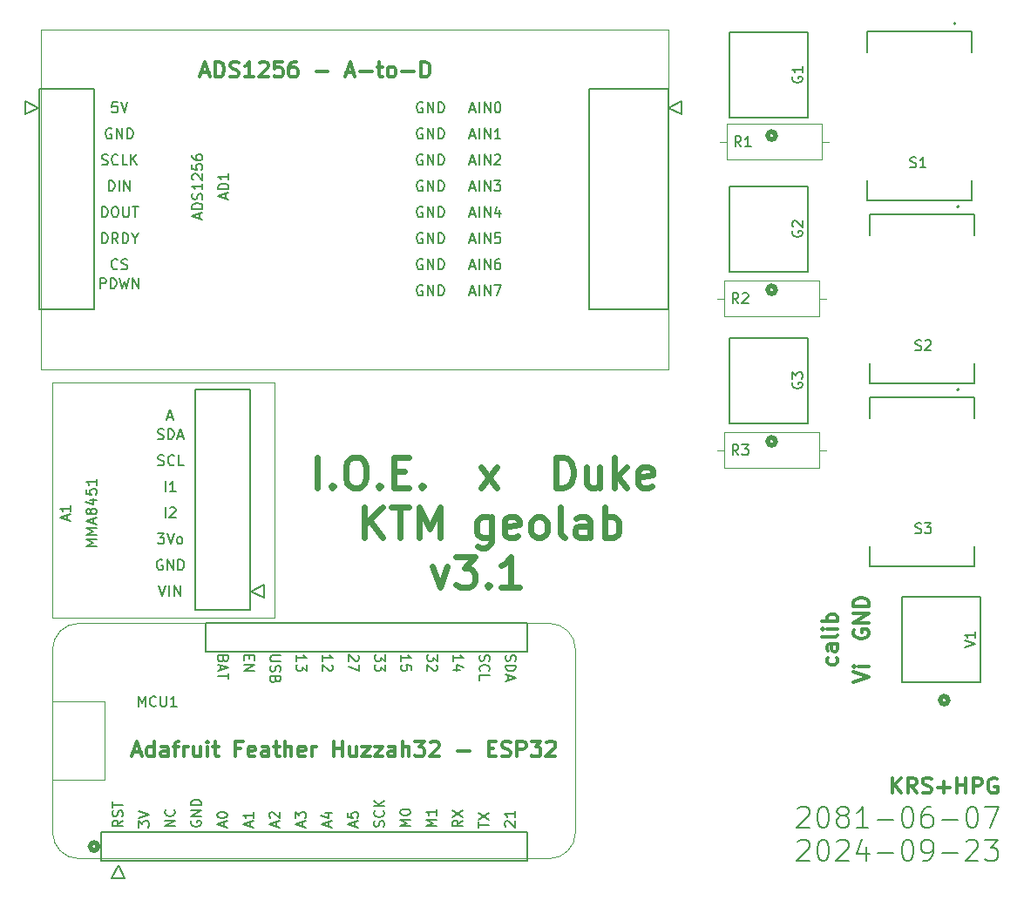
<source format=gbr>
%TF.GenerationSoftware,KiCad,Pcbnew,7.0.11+dfsg-1build4*%
%TF.CreationDate,2024-09-23T14:49:35-04:00*%
%TF.ProjectId,Geophone+Accel+CalibSwitch,47656f70-686f-46e6-952b-416363656c2b,rev?*%
%TF.SameCoordinates,Original*%
%TF.FileFunction,Legend,Top*%
%TF.FilePolarity,Positive*%
%FSLAX46Y46*%
G04 Gerber Fmt 4.6, Leading zero omitted, Abs format (unit mm)*
G04 Created by KiCad (PCBNEW 7.0.11+dfsg-1build4) date 2024-09-23 14:49:35*
%MOMM*%
%LPD*%
G01*
G04 APERTURE LIST*
%ADD10C,0.300000*%
%ADD11C,0.200000*%
%ADD12C,0.600000*%
%ADD13C,0.150000*%
%ADD14C,0.127000*%
%ADD15C,0.152400*%
%ADD16C,0.508000*%
%ADD17C,0.120000*%
G04 APERTURE END LIST*
D10*
X146279082Y-135008257D02*
X146993368Y-135008257D01*
X146136225Y-135436828D02*
X146636225Y-133936828D01*
X146636225Y-133936828D02*
X147136225Y-135436828D01*
X148279082Y-135436828D02*
X148279082Y-133936828D01*
X148279082Y-135365400D02*
X148136224Y-135436828D01*
X148136224Y-135436828D02*
X147850510Y-135436828D01*
X147850510Y-135436828D02*
X147707653Y-135365400D01*
X147707653Y-135365400D02*
X147636224Y-135293971D01*
X147636224Y-135293971D02*
X147564796Y-135151114D01*
X147564796Y-135151114D02*
X147564796Y-134722542D01*
X147564796Y-134722542D02*
X147636224Y-134579685D01*
X147636224Y-134579685D02*
X147707653Y-134508257D01*
X147707653Y-134508257D02*
X147850510Y-134436828D01*
X147850510Y-134436828D02*
X148136224Y-134436828D01*
X148136224Y-134436828D02*
X148279082Y-134508257D01*
X149636225Y-135436828D02*
X149636225Y-134651114D01*
X149636225Y-134651114D02*
X149564796Y-134508257D01*
X149564796Y-134508257D02*
X149421939Y-134436828D01*
X149421939Y-134436828D02*
X149136225Y-134436828D01*
X149136225Y-134436828D02*
X148993367Y-134508257D01*
X149636225Y-135365400D02*
X149493367Y-135436828D01*
X149493367Y-135436828D02*
X149136225Y-135436828D01*
X149136225Y-135436828D02*
X148993367Y-135365400D01*
X148993367Y-135365400D02*
X148921939Y-135222542D01*
X148921939Y-135222542D02*
X148921939Y-135079685D01*
X148921939Y-135079685D02*
X148993367Y-134936828D01*
X148993367Y-134936828D02*
X149136225Y-134865400D01*
X149136225Y-134865400D02*
X149493367Y-134865400D01*
X149493367Y-134865400D02*
X149636225Y-134793971D01*
X150136225Y-134436828D02*
X150707653Y-134436828D01*
X150350510Y-135436828D02*
X150350510Y-134151114D01*
X150350510Y-134151114D02*
X150421939Y-134008257D01*
X150421939Y-134008257D02*
X150564796Y-133936828D01*
X150564796Y-133936828D02*
X150707653Y-133936828D01*
X151207653Y-135436828D02*
X151207653Y-134436828D01*
X151207653Y-134722542D02*
X151279082Y-134579685D01*
X151279082Y-134579685D02*
X151350511Y-134508257D01*
X151350511Y-134508257D02*
X151493368Y-134436828D01*
X151493368Y-134436828D02*
X151636225Y-134436828D01*
X152779082Y-134436828D02*
X152779082Y-135436828D01*
X152136224Y-134436828D02*
X152136224Y-135222542D01*
X152136224Y-135222542D02*
X152207653Y-135365400D01*
X152207653Y-135365400D02*
X152350510Y-135436828D01*
X152350510Y-135436828D02*
X152564796Y-135436828D01*
X152564796Y-135436828D02*
X152707653Y-135365400D01*
X152707653Y-135365400D02*
X152779082Y-135293971D01*
X153493367Y-135436828D02*
X153493367Y-134436828D01*
X153493367Y-133936828D02*
X153421939Y-134008257D01*
X153421939Y-134008257D02*
X153493367Y-134079685D01*
X153493367Y-134079685D02*
X153564796Y-134008257D01*
X153564796Y-134008257D02*
X153493367Y-133936828D01*
X153493367Y-133936828D02*
X153493367Y-134079685D01*
X153993368Y-134436828D02*
X154564796Y-134436828D01*
X154207653Y-133936828D02*
X154207653Y-135222542D01*
X154207653Y-135222542D02*
X154279082Y-135365400D01*
X154279082Y-135365400D02*
X154421939Y-135436828D01*
X154421939Y-135436828D02*
X154564796Y-135436828D01*
X156707653Y-134651114D02*
X156207653Y-134651114D01*
X156207653Y-135436828D02*
X156207653Y-133936828D01*
X156207653Y-133936828D02*
X156921939Y-133936828D01*
X158064796Y-135365400D02*
X157921939Y-135436828D01*
X157921939Y-135436828D02*
X157636225Y-135436828D01*
X157636225Y-135436828D02*
X157493367Y-135365400D01*
X157493367Y-135365400D02*
X157421939Y-135222542D01*
X157421939Y-135222542D02*
X157421939Y-134651114D01*
X157421939Y-134651114D02*
X157493367Y-134508257D01*
X157493367Y-134508257D02*
X157636225Y-134436828D01*
X157636225Y-134436828D02*
X157921939Y-134436828D01*
X157921939Y-134436828D02*
X158064796Y-134508257D01*
X158064796Y-134508257D02*
X158136225Y-134651114D01*
X158136225Y-134651114D02*
X158136225Y-134793971D01*
X158136225Y-134793971D02*
X157421939Y-134936828D01*
X159421939Y-135436828D02*
X159421939Y-134651114D01*
X159421939Y-134651114D02*
X159350510Y-134508257D01*
X159350510Y-134508257D02*
X159207653Y-134436828D01*
X159207653Y-134436828D02*
X158921939Y-134436828D01*
X158921939Y-134436828D02*
X158779081Y-134508257D01*
X159421939Y-135365400D02*
X159279081Y-135436828D01*
X159279081Y-135436828D02*
X158921939Y-135436828D01*
X158921939Y-135436828D02*
X158779081Y-135365400D01*
X158779081Y-135365400D02*
X158707653Y-135222542D01*
X158707653Y-135222542D02*
X158707653Y-135079685D01*
X158707653Y-135079685D02*
X158779081Y-134936828D01*
X158779081Y-134936828D02*
X158921939Y-134865400D01*
X158921939Y-134865400D02*
X159279081Y-134865400D01*
X159279081Y-134865400D02*
X159421939Y-134793971D01*
X159921939Y-134436828D02*
X160493367Y-134436828D01*
X160136224Y-133936828D02*
X160136224Y-135222542D01*
X160136224Y-135222542D02*
X160207653Y-135365400D01*
X160207653Y-135365400D02*
X160350510Y-135436828D01*
X160350510Y-135436828D02*
X160493367Y-135436828D01*
X160993367Y-135436828D02*
X160993367Y-133936828D01*
X161636225Y-135436828D02*
X161636225Y-134651114D01*
X161636225Y-134651114D02*
X161564796Y-134508257D01*
X161564796Y-134508257D02*
X161421939Y-134436828D01*
X161421939Y-134436828D02*
X161207653Y-134436828D01*
X161207653Y-134436828D02*
X161064796Y-134508257D01*
X161064796Y-134508257D02*
X160993367Y-134579685D01*
X162921939Y-135365400D02*
X162779082Y-135436828D01*
X162779082Y-135436828D02*
X162493368Y-135436828D01*
X162493368Y-135436828D02*
X162350510Y-135365400D01*
X162350510Y-135365400D02*
X162279082Y-135222542D01*
X162279082Y-135222542D02*
X162279082Y-134651114D01*
X162279082Y-134651114D02*
X162350510Y-134508257D01*
X162350510Y-134508257D02*
X162493368Y-134436828D01*
X162493368Y-134436828D02*
X162779082Y-134436828D01*
X162779082Y-134436828D02*
X162921939Y-134508257D01*
X162921939Y-134508257D02*
X162993368Y-134651114D01*
X162993368Y-134651114D02*
X162993368Y-134793971D01*
X162993368Y-134793971D02*
X162279082Y-134936828D01*
X163636224Y-135436828D02*
X163636224Y-134436828D01*
X163636224Y-134722542D02*
X163707653Y-134579685D01*
X163707653Y-134579685D02*
X163779082Y-134508257D01*
X163779082Y-134508257D02*
X163921939Y-134436828D01*
X163921939Y-134436828D02*
X164064796Y-134436828D01*
X165707652Y-135436828D02*
X165707652Y-133936828D01*
X165707652Y-134651114D02*
X166564795Y-134651114D01*
X166564795Y-135436828D02*
X166564795Y-133936828D01*
X167921939Y-134436828D02*
X167921939Y-135436828D01*
X167279081Y-134436828D02*
X167279081Y-135222542D01*
X167279081Y-135222542D02*
X167350510Y-135365400D01*
X167350510Y-135365400D02*
X167493367Y-135436828D01*
X167493367Y-135436828D02*
X167707653Y-135436828D01*
X167707653Y-135436828D02*
X167850510Y-135365400D01*
X167850510Y-135365400D02*
X167921939Y-135293971D01*
X168493367Y-134436828D02*
X169279082Y-134436828D01*
X169279082Y-134436828D02*
X168493367Y-135436828D01*
X168493367Y-135436828D02*
X169279082Y-135436828D01*
X169707653Y-134436828D02*
X170493368Y-134436828D01*
X170493368Y-134436828D02*
X169707653Y-135436828D01*
X169707653Y-135436828D02*
X170493368Y-135436828D01*
X171707654Y-135436828D02*
X171707654Y-134651114D01*
X171707654Y-134651114D02*
X171636225Y-134508257D01*
X171636225Y-134508257D02*
X171493368Y-134436828D01*
X171493368Y-134436828D02*
X171207654Y-134436828D01*
X171207654Y-134436828D02*
X171064796Y-134508257D01*
X171707654Y-135365400D02*
X171564796Y-135436828D01*
X171564796Y-135436828D02*
X171207654Y-135436828D01*
X171207654Y-135436828D02*
X171064796Y-135365400D01*
X171064796Y-135365400D02*
X170993368Y-135222542D01*
X170993368Y-135222542D02*
X170993368Y-135079685D01*
X170993368Y-135079685D02*
X171064796Y-134936828D01*
X171064796Y-134936828D02*
X171207654Y-134865400D01*
X171207654Y-134865400D02*
X171564796Y-134865400D01*
X171564796Y-134865400D02*
X171707654Y-134793971D01*
X172421939Y-135436828D02*
X172421939Y-133936828D01*
X173064797Y-135436828D02*
X173064797Y-134651114D01*
X173064797Y-134651114D02*
X172993368Y-134508257D01*
X172993368Y-134508257D02*
X172850511Y-134436828D01*
X172850511Y-134436828D02*
X172636225Y-134436828D01*
X172636225Y-134436828D02*
X172493368Y-134508257D01*
X172493368Y-134508257D02*
X172421939Y-134579685D01*
X173636225Y-133936828D02*
X174564797Y-133936828D01*
X174564797Y-133936828D02*
X174064797Y-134508257D01*
X174064797Y-134508257D02*
X174279082Y-134508257D01*
X174279082Y-134508257D02*
X174421940Y-134579685D01*
X174421940Y-134579685D02*
X174493368Y-134651114D01*
X174493368Y-134651114D02*
X174564797Y-134793971D01*
X174564797Y-134793971D02*
X174564797Y-135151114D01*
X174564797Y-135151114D02*
X174493368Y-135293971D01*
X174493368Y-135293971D02*
X174421940Y-135365400D01*
X174421940Y-135365400D02*
X174279082Y-135436828D01*
X174279082Y-135436828D02*
X173850511Y-135436828D01*
X173850511Y-135436828D02*
X173707654Y-135365400D01*
X173707654Y-135365400D02*
X173636225Y-135293971D01*
X175136225Y-134079685D02*
X175207653Y-134008257D01*
X175207653Y-134008257D02*
X175350511Y-133936828D01*
X175350511Y-133936828D02*
X175707653Y-133936828D01*
X175707653Y-133936828D02*
X175850511Y-134008257D01*
X175850511Y-134008257D02*
X175921939Y-134079685D01*
X175921939Y-134079685D02*
X175993368Y-134222542D01*
X175993368Y-134222542D02*
X175993368Y-134365400D01*
X175993368Y-134365400D02*
X175921939Y-134579685D01*
X175921939Y-134579685D02*
X175064796Y-135436828D01*
X175064796Y-135436828D02*
X175993368Y-135436828D01*
X177779081Y-134865400D02*
X178921939Y-134865400D01*
X180779081Y-134651114D02*
X181279081Y-134651114D01*
X181493367Y-135436828D02*
X180779081Y-135436828D01*
X180779081Y-135436828D02*
X180779081Y-133936828D01*
X180779081Y-133936828D02*
X181493367Y-133936828D01*
X182064796Y-135365400D02*
X182279082Y-135436828D01*
X182279082Y-135436828D02*
X182636224Y-135436828D01*
X182636224Y-135436828D02*
X182779082Y-135365400D01*
X182779082Y-135365400D02*
X182850510Y-135293971D01*
X182850510Y-135293971D02*
X182921939Y-135151114D01*
X182921939Y-135151114D02*
X182921939Y-135008257D01*
X182921939Y-135008257D02*
X182850510Y-134865400D01*
X182850510Y-134865400D02*
X182779082Y-134793971D01*
X182779082Y-134793971D02*
X182636224Y-134722542D01*
X182636224Y-134722542D02*
X182350510Y-134651114D01*
X182350510Y-134651114D02*
X182207653Y-134579685D01*
X182207653Y-134579685D02*
X182136224Y-134508257D01*
X182136224Y-134508257D02*
X182064796Y-134365400D01*
X182064796Y-134365400D02*
X182064796Y-134222542D01*
X182064796Y-134222542D02*
X182136224Y-134079685D01*
X182136224Y-134079685D02*
X182207653Y-134008257D01*
X182207653Y-134008257D02*
X182350510Y-133936828D01*
X182350510Y-133936828D02*
X182707653Y-133936828D01*
X182707653Y-133936828D02*
X182921939Y-134008257D01*
X183564795Y-135436828D02*
X183564795Y-133936828D01*
X183564795Y-133936828D02*
X184136224Y-133936828D01*
X184136224Y-133936828D02*
X184279081Y-134008257D01*
X184279081Y-134008257D02*
X184350510Y-134079685D01*
X184350510Y-134079685D02*
X184421938Y-134222542D01*
X184421938Y-134222542D02*
X184421938Y-134436828D01*
X184421938Y-134436828D02*
X184350510Y-134579685D01*
X184350510Y-134579685D02*
X184279081Y-134651114D01*
X184279081Y-134651114D02*
X184136224Y-134722542D01*
X184136224Y-134722542D02*
X183564795Y-134722542D01*
X184921938Y-133936828D02*
X185850510Y-133936828D01*
X185850510Y-133936828D02*
X185350510Y-134508257D01*
X185350510Y-134508257D02*
X185564795Y-134508257D01*
X185564795Y-134508257D02*
X185707653Y-134579685D01*
X185707653Y-134579685D02*
X185779081Y-134651114D01*
X185779081Y-134651114D02*
X185850510Y-134793971D01*
X185850510Y-134793971D02*
X185850510Y-135151114D01*
X185850510Y-135151114D02*
X185779081Y-135293971D01*
X185779081Y-135293971D02*
X185707653Y-135365400D01*
X185707653Y-135365400D02*
X185564795Y-135436828D01*
X185564795Y-135436828D02*
X185136224Y-135436828D01*
X185136224Y-135436828D02*
X184993367Y-135365400D01*
X184993367Y-135365400D02*
X184921938Y-135293971D01*
X186421938Y-134079685D02*
X186493366Y-134008257D01*
X186493366Y-134008257D02*
X186636224Y-133936828D01*
X186636224Y-133936828D02*
X186993366Y-133936828D01*
X186993366Y-133936828D02*
X187136224Y-134008257D01*
X187136224Y-134008257D02*
X187207652Y-134079685D01*
X187207652Y-134079685D02*
X187279081Y-134222542D01*
X187279081Y-134222542D02*
X187279081Y-134365400D01*
X187279081Y-134365400D02*
X187207652Y-134579685D01*
X187207652Y-134579685D02*
X186350509Y-135436828D01*
X186350509Y-135436828D02*
X187279081Y-135436828D01*
X216232828Y-128183774D02*
X217732828Y-127683774D01*
X217732828Y-127683774D02*
X216232828Y-127183774D01*
X217732828Y-126683775D02*
X216732828Y-126683775D01*
X216232828Y-126683775D02*
X216304257Y-126755203D01*
X216304257Y-126755203D02*
X216375685Y-126683775D01*
X216375685Y-126683775D02*
X216304257Y-126612346D01*
X216304257Y-126612346D02*
X216232828Y-126683775D01*
X216232828Y-126683775D02*
X216375685Y-126683775D01*
X216304257Y-123119774D02*
X216232828Y-123262632D01*
X216232828Y-123262632D02*
X216232828Y-123476917D01*
X216232828Y-123476917D02*
X216304257Y-123691203D01*
X216304257Y-123691203D02*
X216447114Y-123834060D01*
X216447114Y-123834060D02*
X216589971Y-123905489D01*
X216589971Y-123905489D02*
X216875685Y-123976917D01*
X216875685Y-123976917D02*
X217089971Y-123976917D01*
X217089971Y-123976917D02*
X217375685Y-123905489D01*
X217375685Y-123905489D02*
X217518542Y-123834060D01*
X217518542Y-123834060D02*
X217661400Y-123691203D01*
X217661400Y-123691203D02*
X217732828Y-123476917D01*
X217732828Y-123476917D02*
X217732828Y-123334060D01*
X217732828Y-123334060D02*
X217661400Y-123119774D01*
X217661400Y-123119774D02*
X217589971Y-123048346D01*
X217589971Y-123048346D02*
X217089971Y-123048346D01*
X217089971Y-123048346D02*
X217089971Y-123334060D01*
X217732828Y-122405489D02*
X216232828Y-122405489D01*
X216232828Y-122405489D02*
X217732828Y-121548346D01*
X217732828Y-121548346D02*
X216232828Y-121548346D01*
X217732828Y-120834060D02*
X216232828Y-120834060D01*
X216232828Y-120834060D02*
X216232828Y-120476917D01*
X216232828Y-120476917D02*
X216304257Y-120262631D01*
X216304257Y-120262631D02*
X216447114Y-120119774D01*
X216447114Y-120119774D02*
X216589971Y-120048345D01*
X216589971Y-120048345D02*
X216875685Y-119976917D01*
X216875685Y-119976917D02*
X217089971Y-119976917D01*
X217089971Y-119976917D02*
X217375685Y-120048345D01*
X217375685Y-120048345D02*
X217518542Y-120119774D01*
X217518542Y-120119774D02*
X217661400Y-120262631D01*
X217661400Y-120262631D02*
X217732828Y-120476917D01*
X217732828Y-120476917D02*
X217732828Y-120834060D01*
X152883082Y-68968257D02*
X153597368Y-68968257D01*
X152740225Y-69396828D02*
X153240225Y-67896828D01*
X153240225Y-67896828D02*
X153740225Y-69396828D01*
X154240224Y-69396828D02*
X154240224Y-67896828D01*
X154240224Y-67896828D02*
X154597367Y-67896828D01*
X154597367Y-67896828D02*
X154811653Y-67968257D01*
X154811653Y-67968257D02*
X154954510Y-68111114D01*
X154954510Y-68111114D02*
X155025939Y-68253971D01*
X155025939Y-68253971D02*
X155097367Y-68539685D01*
X155097367Y-68539685D02*
X155097367Y-68753971D01*
X155097367Y-68753971D02*
X155025939Y-69039685D01*
X155025939Y-69039685D02*
X154954510Y-69182542D01*
X154954510Y-69182542D02*
X154811653Y-69325400D01*
X154811653Y-69325400D02*
X154597367Y-69396828D01*
X154597367Y-69396828D02*
X154240224Y-69396828D01*
X155668796Y-69325400D02*
X155883082Y-69396828D01*
X155883082Y-69396828D02*
X156240224Y-69396828D01*
X156240224Y-69396828D02*
X156383082Y-69325400D01*
X156383082Y-69325400D02*
X156454510Y-69253971D01*
X156454510Y-69253971D02*
X156525939Y-69111114D01*
X156525939Y-69111114D02*
X156525939Y-68968257D01*
X156525939Y-68968257D02*
X156454510Y-68825400D01*
X156454510Y-68825400D02*
X156383082Y-68753971D01*
X156383082Y-68753971D02*
X156240224Y-68682542D01*
X156240224Y-68682542D02*
X155954510Y-68611114D01*
X155954510Y-68611114D02*
X155811653Y-68539685D01*
X155811653Y-68539685D02*
X155740224Y-68468257D01*
X155740224Y-68468257D02*
X155668796Y-68325400D01*
X155668796Y-68325400D02*
X155668796Y-68182542D01*
X155668796Y-68182542D02*
X155740224Y-68039685D01*
X155740224Y-68039685D02*
X155811653Y-67968257D01*
X155811653Y-67968257D02*
X155954510Y-67896828D01*
X155954510Y-67896828D02*
X156311653Y-67896828D01*
X156311653Y-67896828D02*
X156525939Y-67968257D01*
X157954510Y-69396828D02*
X157097367Y-69396828D01*
X157525938Y-69396828D02*
X157525938Y-67896828D01*
X157525938Y-67896828D02*
X157383081Y-68111114D01*
X157383081Y-68111114D02*
X157240224Y-68253971D01*
X157240224Y-68253971D02*
X157097367Y-68325400D01*
X158525938Y-68039685D02*
X158597366Y-67968257D01*
X158597366Y-67968257D02*
X158740224Y-67896828D01*
X158740224Y-67896828D02*
X159097366Y-67896828D01*
X159097366Y-67896828D02*
X159240224Y-67968257D01*
X159240224Y-67968257D02*
X159311652Y-68039685D01*
X159311652Y-68039685D02*
X159383081Y-68182542D01*
X159383081Y-68182542D02*
X159383081Y-68325400D01*
X159383081Y-68325400D02*
X159311652Y-68539685D01*
X159311652Y-68539685D02*
X158454509Y-69396828D01*
X158454509Y-69396828D02*
X159383081Y-69396828D01*
X160740223Y-67896828D02*
X160025937Y-67896828D01*
X160025937Y-67896828D02*
X159954509Y-68611114D01*
X159954509Y-68611114D02*
X160025937Y-68539685D01*
X160025937Y-68539685D02*
X160168795Y-68468257D01*
X160168795Y-68468257D02*
X160525937Y-68468257D01*
X160525937Y-68468257D02*
X160668795Y-68539685D01*
X160668795Y-68539685D02*
X160740223Y-68611114D01*
X160740223Y-68611114D02*
X160811652Y-68753971D01*
X160811652Y-68753971D02*
X160811652Y-69111114D01*
X160811652Y-69111114D02*
X160740223Y-69253971D01*
X160740223Y-69253971D02*
X160668795Y-69325400D01*
X160668795Y-69325400D02*
X160525937Y-69396828D01*
X160525937Y-69396828D02*
X160168795Y-69396828D01*
X160168795Y-69396828D02*
X160025937Y-69325400D01*
X160025937Y-69325400D02*
X159954509Y-69253971D01*
X162097366Y-67896828D02*
X161811651Y-67896828D01*
X161811651Y-67896828D02*
X161668794Y-67968257D01*
X161668794Y-67968257D02*
X161597366Y-68039685D01*
X161597366Y-68039685D02*
X161454508Y-68253971D01*
X161454508Y-68253971D02*
X161383080Y-68539685D01*
X161383080Y-68539685D02*
X161383080Y-69111114D01*
X161383080Y-69111114D02*
X161454508Y-69253971D01*
X161454508Y-69253971D02*
X161525937Y-69325400D01*
X161525937Y-69325400D02*
X161668794Y-69396828D01*
X161668794Y-69396828D02*
X161954508Y-69396828D01*
X161954508Y-69396828D02*
X162097366Y-69325400D01*
X162097366Y-69325400D02*
X162168794Y-69253971D01*
X162168794Y-69253971D02*
X162240223Y-69111114D01*
X162240223Y-69111114D02*
X162240223Y-68753971D01*
X162240223Y-68753971D02*
X162168794Y-68611114D01*
X162168794Y-68611114D02*
X162097366Y-68539685D01*
X162097366Y-68539685D02*
X161954508Y-68468257D01*
X161954508Y-68468257D02*
X161668794Y-68468257D01*
X161668794Y-68468257D02*
X161525937Y-68539685D01*
X161525937Y-68539685D02*
X161454508Y-68611114D01*
X161454508Y-68611114D02*
X161383080Y-68753971D01*
X164025936Y-68825400D02*
X165168794Y-68825400D01*
X166954508Y-68968257D02*
X167668794Y-68968257D01*
X166811651Y-69396828D02*
X167311651Y-67896828D01*
X167311651Y-67896828D02*
X167811651Y-69396828D01*
X168311650Y-68825400D02*
X169454508Y-68825400D01*
X169954508Y-68396828D02*
X170525936Y-68396828D01*
X170168793Y-67896828D02*
X170168793Y-69182542D01*
X170168793Y-69182542D02*
X170240222Y-69325400D01*
X170240222Y-69325400D02*
X170383079Y-69396828D01*
X170383079Y-69396828D02*
X170525936Y-69396828D01*
X171240222Y-69396828D02*
X171097365Y-69325400D01*
X171097365Y-69325400D02*
X171025936Y-69253971D01*
X171025936Y-69253971D02*
X170954508Y-69111114D01*
X170954508Y-69111114D02*
X170954508Y-68682542D01*
X170954508Y-68682542D02*
X171025936Y-68539685D01*
X171025936Y-68539685D02*
X171097365Y-68468257D01*
X171097365Y-68468257D02*
X171240222Y-68396828D01*
X171240222Y-68396828D02*
X171454508Y-68396828D01*
X171454508Y-68396828D02*
X171597365Y-68468257D01*
X171597365Y-68468257D02*
X171668794Y-68539685D01*
X171668794Y-68539685D02*
X171740222Y-68682542D01*
X171740222Y-68682542D02*
X171740222Y-69111114D01*
X171740222Y-69111114D02*
X171668794Y-69253971D01*
X171668794Y-69253971D02*
X171597365Y-69325400D01*
X171597365Y-69325400D02*
X171454508Y-69396828D01*
X171454508Y-69396828D02*
X171240222Y-69396828D01*
X172383079Y-68825400D02*
X173525937Y-68825400D01*
X174240222Y-69396828D02*
X174240222Y-67896828D01*
X174240222Y-67896828D02*
X174597365Y-67896828D01*
X174597365Y-67896828D02*
X174811651Y-67968257D01*
X174811651Y-67968257D02*
X174954508Y-68111114D01*
X174954508Y-68111114D02*
X175025937Y-68253971D01*
X175025937Y-68253971D02*
X175097365Y-68539685D01*
X175097365Y-68539685D02*
X175097365Y-68753971D01*
X175097365Y-68753971D02*
X175025937Y-69039685D01*
X175025937Y-69039685D02*
X174954508Y-69182542D01*
X174954508Y-69182542D02*
X174811651Y-69325400D01*
X174811651Y-69325400D02*
X174597365Y-69396828D01*
X174597365Y-69396828D02*
X174240222Y-69396828D01*
X220010510Y-138992828D02*
X220010510Y-137492828D01*
X220867653Y-138992828D02*
X220224796Y-138135685D01*
X220867653Y-137492828D02*
X220010510Y-138349971D01*
X222367653Y-138992828D02*
X221867653Y-138278542D01*
X221510510Y-138992828D02*
X221510510Y-137492828D01*
X221510510Y-137492828D02*
X222081939Y-137492828D01*
X222081939Y-137492828D02*
X222224796Y-137564257D01*
X222224796Y-137564257D02*
X222296225Y-137635685D01*
X222296225Y-137635685D02*
X222367653Y-137778542D01*
X222367653Y-137778542D02*
X222367653Y-137992828D01*
X222367653Y-137992828D02*
X222296225Y-138135685D01*
X222296225Y-138135685D02*
X222224796Y-138207114D01*
X222224796Y-138207114D02*
X222081939Y-138278542D01*
X222081939Y-138278542D02*
X221510510Y-138278542D01*
X222939082Y-138921400D02*
X223153368Y-138992828D01*
X223153368Y-138992828D02*
X223510510Y-138992828D01*
X223510510Y-138992828D02*
X223653368Y-138921400D01*
X223653368Y-138921400D02*
X223724796Y-138849971D01*
X223724796Y-138849971D02*
X223796225Y-138707114D01*
X223796225Y-138707114D02*
X223796225Y-138564257D01*
X223796225Y-138564257D02*
X223724796Y-138421400D01*
X223724796Y-138421400D02*
X223653368Y-138349971D01*
X223653368Y-138349971D02*
X223510510Y-138278542D01*
X223510510Y-138278542D02*
X223224796Y-138207114D01*
X223224796Y-138207114D02*
X223081939Y-138135685D01*
X223081939Y-138135685D02*
X223010510Y-138064257D01*
X223010510Y-138064257D02*
X222939082Y-137921400D01*
X222939082Y-137921400D02*
X222939082Y-137778542D01*
X222939082Y-137778542D02*
X223010510Y-137635685D01*
X223010510Y-137635685D02*
X223081939Y-137564257D01*
X223081939Y-137564257D02*
X223224796Y-137492828D01*
X223224796Y-137492828D02*
X223581939Y-137492828D01*
X223581939Y-137492828D02*
X223796225Y-137564257D01*
X224439081Y-138421400D02*
X225581939Y-138421400D01*
X225010510Y-138992828D02*
X225010510Y-137849971D01*
X226296224Y-138992828D02*
X226296224Y-137492828D01*
X226296224Y-138207114D02*
X227153367Y-138207114D01*
X227153367Y-138992828D02*
X227153367Y-137492828D01*
X227867653Y-138992828D02*
X227867653Y-137492828D01*
X227867653Y-137492828D02*
X228439082Y-137492828D01*
X228439082Y-137492828D02*
X228581939Y-137564257D01*
X228581939Y-137564257D02*
X228653368Y-137635685D01*
X228653368Y-137635685D02*
X228724796Y-137778542D01*
X228724796Y-137778542D02*
X228724796Y-137992828D01*
X228724796Y-137992828D02*
X228653368Y-138135685D01*
X228653368Y-138135685D02*
X228581939Y-138207114D01*
X228581939Y-138207114D02*
X228439082Y-138278542D01*
X228439082Y-138278542D02*
X227867653Y-138278542D01*
X230153368Y-137564257D02*
X230010511Y-137492828D01*
X230010511Y-137492828D02*
X229796225Y-137492828D01*
X229796225Y-137492828D02*
X229581939Y-137564257D01*
X229581939Y-137564257D02*
X229439082Y-137707114D01*
X229439082Y-137707114D02*
X229367653Y-137849971D01*
X229367653Y-137849971D02*
X229296225Y-138135685D01*
X229296225Y-138135685D02*
X229296225Y-138349971D01*
X229296225Y-138349971D02*
X229367653Y-138635685D01*
X229367653Y-138635685D02*
X229439082Y-138778542D01*
X229439082Y-138778542D02*
X229581939Y-138921400D01*
X229581939Y-138921400D02*
X229796225Y-138992828D01*
X229796225Y-138992828D02*
X229939082Y-138992828D01*
X229939082Y-138992828D02*
X230153368Y-138921400D01*
X230153368Y-138921400D02*
X230224796Y-138849971D01*
X230224796Y-138849971D02*
X230224796Y-138349971D01*
X230224796Y-138349971D02*
X229939082Y-138349971D01*
X214613400Y-125802632D02*
X214684828Y-125945489D01*
X214684828Y-125945489D02*
X214684828Y-126231203D01*
X214684828Y-126231203D02*
X214613400Y-126374060D01*
X214613400Y-126374060D02*
X214541971Y-126445489D01*
X214541971Y-126445489D02*
X214399114Y-126516917D01*
X214399114Y-126516917D02*
X213970542Y-126516917D01*
X213970542Y-126516917D02*
X213827685Y-126445489D01*
X213827685Y-126445489D02*
X213756257Y-126374060D01*
X213756257Y-126374060D02*
X213684828Y-126231203D01*
X213684828Y-126231203D02*
X213684828Y-125945489D01*
X213684828Y-125945489D02*
X213756257Y-125802632D01*
X214684828Y-124516918D02*
X213899114Y-124516918D01*
X213899114Y-124516918D02*
X213756257Y-124588346D01*
X213756257Y-124588346D02*
X213684828Y-124731203D01*
X213684828Y-124731203D02*
X213684828Y-125016918D01*
X213684828Y-125016918D02*
X213756257Y-125159775D01*
X214613400Y-124516918D02*
X214684828Y-124659775D01*
X214684828Y-124659775D02*
X214684828Y-125016918D01*
X214684828Y-125016918D02*
X214613400Y-125159775D01*
X214613400Y-125159775D02*
X214470542Y-125231203D01*
X214470542Y-125231203D02*
X214327685Y-125231203D01*
X214327685Y-125231203D02*
X214184828Y-125159775D01*
X214184828Y-125159775D02*
X214113400Y-125016918D01*
X214113400Y-125016918D02*
X214113400Y-124659775D01*
X214113400Y-124659775D02*
X214041971Y-124516918D01*
X214684828Y-123588346D02*
X214613400Y-123731203D01*
X214613400Y-123731203D02*
X214470542Y-123802632D01*
X214470542Y-123802632D02*
X213184828Y-123802632D01*
X214684828Y-123016918D02*
X213684828Y-123016918D01*
X213184828Y-123016918D02*
X213256257Y-123088346D01*
X213256257Y-123088346D02*
X213327685Y-123016918D01*
X213327685Y-123016918D02*
X213256257Y-122945489D01*
X213256257Y-122945489D02*
X213184828Y-123016918D01*
X213184828Y-123016918D02*
X213327685Y-123016918D01*
X214684828Y-122302632D02*
X213184828Y-122302632D01*
X213756257Y-122302632D02*
X213684828Y-122159775D01*
X213684828Y-122159775D02*
X213684828Y-121874060D01*
X213684828Y-121874060D02*
X213756257Y-121731203D01*
X213756257Y-121731203D02*
X213827685Y-121659775D01*
X213827685Y-121659775D02*
X213970542Y-121588346D01*
X213970542Y-121588346D02*
X214399114Y-121588346D01*
X214399114Y-121588346D02*
X214541971Y-121659775D01*
X214541971Y-121659775D02*
X214613400Y-121731203D01*
X214613400Y-121731203D02*
X214684828Y-121874060D01*
X214684828Y-121874060D02*
X214684828Y-122159775D01*
X214684828Y-122159775D02*
X214613400Y-122302632D01*
D11*
X210824530Y-140511314D02*
X210919768Y-140416076D01*
X210919768Y-140416076D02*
X211110244Y-140320838D01*
X211110244Y-140320838D02*
X211586435Y-140320838D01*
X211586435Y-140320838D02*
X211776911Y-140416076D01*
X211776911Y-140416076D02*
X211872149Y-140511314D01*
X211872149Y-140511314D02*
X211967387Y-140701790D01*
X211967387Y-140701790D02*
X211967387Y-140892266D01*
X211967387Y-140892266D02*
X211872149Y-141177980D01*
X211872149Y-141177980D02*
X210729292Y-142320838D01*
X210729292Y-142320838D02*
X211967387Y-142320838D01*
X213205482Y-140320838D02*
X213395959Y-140320838D01*
X213395959Y-140320838D02*
X213586435Y-140416076D01*
X213586435Y-140416076D02*
X213681673Y-140511314D01*
X213681673Y-140511314D02*
X213776911Y-140701790D01*
X213776911Y-140701790D02*
X213872149Y-141082742D01*
X213872149Y-141082742D02*
X213872149Y-141558933D01*
X213872149Y-141558933D02*
X213776911Y-141939885D01*
X213776911Y-141939885D02*
X213681673Y-142130361D01*
X213681673Y-142130361D02*
X213586435Y-142225600D01*
X213586435Y-142225600D02*
X213395959Y-142320838D01*
X213395959Y-142320838D02*
X213205482Y-142320838D01*
X213205482Y-142320838D02*
X213015006Y-142225600D01*
X213015006Y-142225600D02*
X212919768Y-142130361D01*
X212919768Y-142130361D02*
X212824530Y-141939885D01*
X212824530Y-141939885D02*
X212729292Y-141558933D01*
X212729292Y-141558933D02*
X212729292Y-141082742D01*
X212729292Y-141082742D02*
X212824530Y-140701790D01*
X212824530Y-140701790D02*
X212919768Y-140511314D01*
X212919768Y-140511314D02*
X213015006Y-140416076D01*
X213015006Y-140416076D02*
X213205482Y-140320838D01*
X215015006Y-141177980D02*
X214824530Y-141082742D01*
X214824530Y-141082742D02*
X214729292Y-140987504D01*
X214729292Y-140987504D02*
X214634054Y-140797028D01*
X214634054Y-140797028D02*
X214634054Y-140701790D01*
X214634054Y-140701790D02*
X214729292Y-140511314D01*
X214729292Y-140511314D02*
X214824530Y-140416076D01*
X214824530Y-140416076D02*
X215015006Y-140320838D01*
X215015006Y-140320838D02*
X215395959Y-140320838D01*
X215395959Y-140320838D02*
X215586435Y-140416076D01*
X215586435Y-140416076D02*
X215681673Y-140511314D01*
X215681673Y-140511314D02*
X215776911Y-140701790D01*
X215776911Y-140701790D02*
X215776911Y-140797028D01*
X215776911Y-140797028D02*
X215681673Y-140987504D01*
X215681673Y-140987504D02*
X215586435Y-141082742D01*
X215586435Y-141082742D02*
X215395959Y-141177980D01*
X215395959Y-141177980D02*
X215015006Y-141177980D01*
X215015006Y-141177980D02*
X214824530Y-141273219D01*
X214824530Y-141273219D02*
X214729292Y-141368457D01*
X214729292Y-141368457D02*
X214634054Y-141558933D01*
X214634054Y-141558933D02*
X214634054Y-141939885D01*
X214634054Y-141939885D02*
X214729292Y-142130361D01*
X214729292Y-142130361D02*
X214824530Y-142225600D01*
X214824530Y-142225600D02*
X215015006Y-142320838D01*
X215015006Y-142320838D02*
X215395959Y-142320838D01*
X215395959Y-142320838D02*
X215586435Y-142225600D01*
X215586435Y-142225600D02*
X215681673Y-142130361D01*
X215681673Y-142130361D02*
X215776911Y-141939885D01*
X215776911Y-141939885D02*
X215776911Y-141558933D01*
X215776911Y-141558933D02*
X215681673Y-141368457D01*
X215681673Y-141368457D02*
X215586435Y-141273219D01*
X215586435Y-141273219D02*
X215395959Y-141177980D01*
X217681673Y-142320838D02*
X216538816Y-142320838D01*
X217110244Y-142320838D02*
X217110244Y-140320838D01*
X217110244Y-140320838D02*
X216919768Y-140606552D01*
X216919768Y-140606552D02*
X216729292Y-140797028D01*
X216729292Y-140797028D02*
X216538816Y-140892266D01*
X218538816Y-141558933D02*
X220062626Y-141558933D01*
X221395958Y-140320838D02*
X221586435Y-140320838D01*
X221586435Y-140320838D02*
X221776911Y-140416076D01*
X221776911Y-140416076D02*
X221872149Y-140511314D01*
X221872149Y-140511314D02*
X221967387Y-140701790D01*
X221967387Y-140701790D02*
X222062625Y-141082742D01*
X222062625Y-141082742D02*
X222062625Y-141558933D01*
X222062625Y-141558933D02*
X221967387Y-141939885D01*
X221967387Y-141939885D02*
X221872149Y-142130361D01*
X221872149Y-142130361D02*
X221776911Y-142225600D01*
X221776911Y-142225600D02*
X221586435Y-142320838D01*
X221586435Y-142320838D02*
X221395958Y-142320838D01*
X221395958Y-142320838D02*
X221205482Y-142225600D01*
X221205482Y-142225600D02*
X221110244Y-142130361D01*
X221110244Y-142130361D02*
X221015006Y-141939885D01*
X221015006Y-141939885D02*
X220919768Y-141558933D01*
X220919768Y-141558933D02*
X220919768Y-141082742D01*
X220919768Y-141082742D02*
X221015006Y-140701790D01*
X221015006Y-140701790D02*
X221110244Y-140511314D01*
X221110244Y-140511314D02*
X221205482Y-140416076D01*
X221205482Y-140416076D02*
X221395958Y-140320838D01*
X223776911Y-140320838D02*
X223395958Y-140320838D01*
X223395958Y-140320838D02*
X223205482Y-140416076D01*
X223205482Y-140416076D02*
X223110244Y-140511314D01*
X223110244Y-140511314D02*
X222919768Y-140797028D01*
X222919768Y-140797028D02*
X222824530Y-141177980D01*
X222824530Y-141177980D02*
X222824530Y-141939885D01*
X222824530Y-141939885D02*
X222919768Y-142130361D01*
X222919768Y-142130361D02*
X223015006Y-142225600D01*
X223015006Y-142225600D02*
X223205482Y-142320838D01*
X223205482Y-142320838D02*
X223586435Y-142320838D01*
X223586435Y-142320838D02*
X223776911Y-142225600D01*
X223776911Y-142225600D02*
X223872149Y-142130361D01*
X223872149Y-142130361D02*
X223967387Y-141939885D01*
X223967387Y-141939885D02*
X223967387Y-141463695D01*
X223967387Y-141463695D02*
X223872149Y-141273219D01*
X223872149Y-141273219D02*
X223776911Y-141177980D01*
X223776911Y-141177980D02*
X223586435Y-141082742D01*
X223586435Y-141082742D02*
X223205482Y-141082742D01*
X223205482Y-141082742D02*
X223015006Y-141177980D01*
X223015006Y-141177980D02*
X222919768Y-141273219D01*
X222919768Y-141273219D02*
X222824530Y-141463695D01*
X224824530Y-141558933D02*
X226348340Y-141558933D01*
X227681672Y-140320838D02*
X227872149Y-140320838D01*
X227872149Y-140320838D02*
X228062625Y-140416076D01*
X228062625Y-140416076D02*
X228157863Y-140511314D01*
X228157863Y-140511314D02*
X228253101Y-140701790D01*
X228253101Y-140701790D02*
X228348339Y-141082742D01*
X228348339Y-141082742D02*
X228348339Y-141558933D01*
X228348339Y-141558933D02*
X228253101Y-141939885D01*
X228253101Y-141939885D02*
X228157863Y-142130361D01*
X228157863Y-142130361D02*
X228062625Y-142225600D01*
X228062625Y-142225600D02*
X227872149Y-142320838D01*
X227872149Y-142320838D02*
X227681672Y-142320838D01*
X227681672Y-142320838D02*
X227491196Y-142225600D01*
X227491196Y-142225600D02*
X227395958Y-142130361D01*
X227395958Y-142130361D02*
X227300720Y-141939885D01*
X227300720Y-141939885D02*
X227205482Y-141558933D01*
X227205482Y-141558933D02*
X227205482Y-141082742D01*
X227205482Y-141082742D02*
X227300720Y-140701790D01*
X227300720Y-140701790D02*
X227395958Y-140511314D01*
X227395958Y-140511314D02*
X227491196Y-140416076D01*
X227491196Y-140416076D02*
X227681672Y-140320838D01*
X229015006Y-140320838D02*
X230348339Y-140320838D01*
X230348339Y-140320838D02*
X229491196Y-142320838D01*
X210824530Y-143731314D02*
X210919768Y-143636076D01*
X210919768Y-143636076D02*
X211110244Y-143540838D01*
X211110244Y-143540838D02*
X211586435Y-143540838D01*
X211586435Y-143540838D02*
X211776911Y-143636076D01*
X211776911Y-143636076D02*
X211872149Y-143731314D01*
X211872149Y-143731314D02*
X211967387Y-143921790D01*
X211967387Y-143921790D02*
X211967387Y-144112266D01*
X211967387Y-144112266D02*
X211872149Y-144397980D01*
X211872149Y-144397980D02*
X210729292Y-145540838D01*
X210729292Y-145540838D02*
X211967387Y-145540838D01*
X213205482Y-143540838D02*
X213395959Y-143540838D01*
X213395959Y-143540838D02*
X213586435Y-143636076D01*
X213586435Y-143636076D02*
X213681673Y-143731314D01*
X213681673Y-143731314D02*
X213776911Y-143921790D01*
X213776911Y-143921790D02*
X213872149Y-144302742D01*
X213872149Y-144302742D02*
X213872149Y-144778933D01*
X213872149Y-144778933D02*
X213776911Y-145159885D01*
X213776911Y-145159885D02*
X213681673Y-145350361D01*
X213681673Y-145350361D02*
X213586435Y-145445600D01*
X213586435Y-145445600D02*
X213395959Y-145540838D01*
X213395959Y-145540838D02*
X213205482Y-145540838D01*
X213205482Y-145540838D02*
X213015006Y-145445600D01*
X213015006Y-145445600D02*
X212919768Y-145350361D01*
X212919768Y-145350361D02*
X212824530Y-145159885D01*
X212824530Y-145159885D02*
X212729292Y-144778933D01*
X212729292Y-144778933D02*
X212729292Y-144302742D01*
X212729292Y-144302742D02*
X212824530Y-143921790D01*
X212824530Y-143921790D02*
X212919768Y-143731314D01*
X212919768Y-143731314D02*
X213015006Y-143636076D01*
X213015006Y-143636076D02*
X213205482Y-143540838D01*
X214634054Y-143731314D02*
X214729292Y-143636076D01*
X214729292Y-143636076D02*
X214919768Y-143540838D01*
X214919768Y-143540838D02*
X215395959Y-143540838D01*
X215395959Y-143540838D02*
X215586435Y-143636076D01*
X215586435Y-143636076D02*
X215681673Y-143731314D01*
X215681673Y-143731314D02*
X215776911Y-143921790D01*
X215776911Y-143921790D02*
X215776911Y-144112266D01*
X215776911Y-144112266D02*
X215681673Y-144397980D01*
X215681673Y-144397980D02*
X214538816Y-145540838D01*
X214538816Y-145540838D02*
X215776911Y-145540838D01*
X217491197Y-144207504D02*
X217491197Y-145540838D01*
X217015006Y-143445600D02*
X216538816Y-144874171D01*
X216538816Y-144874171D02*
X217776911Y-144874171D01*
X218538816Y-144778933D02*
X220062626Y-144778933D01*
X221395958Y-143540838D02*
X221586435Y-143540838D01*
X221586435Y-143540838D02*
X221776911Y-143636076D01*
X221776911Y-143636076D02*
X221872149Y-143731314D01*
X221872149Y-143731314D02*
X221967387Y-143921790D01*
X221967387Y-143921790D02*
X222062625Y-144302742D01*
X222062625Y-144302742D02*
X222062625Y-144778933D01*
X222062625Y-144778933D02*
X221967387Y-145159885D01*
X221967387Y-145159885D02*
X221872149Y-145350361D01*
X221872149Y-145350361D02*
X221776911Y-145445600D01*
X221776911Y-145445600D02*
X221586435Y-145540838D01*
X221586435Y-145540838D02*
X221395958Y-145540838D01*
X221395958Y-145540838D02*
X221205482Y-145445600D01*
X221205482Y-145445600D02*
X221110244Y-145350361D01*
X221110244Y-145350361D02*
X221015006Y-145159885D01*
X221015006Y-145159885D02*
X220919768Y-144778933D01*
X220919768Y-144778933D02*
X220919768Y-144302742D01*
X220919768Y-144302742D02*
X221015006Y-143921790D01*
X221015006Y-143921790D02*
X221110244Y-143731314D01*
X221110244Y-143731314D02*
X221205482Y-143636076D01*
X221205482Y-143636076D02*
X221395958Y-143540838D01*
X223015006Y-145540838D02*
X223395958Y-145540838D01*
X223395958Y-145540838D02*
X223586435Y-145445600D01*
X223586435Y-145445600D02*
X223681673Y-145350361D01*
X223681673Y-145350361D02*
X223872149Y-145064647D01*
X223872149Y-145064647D02*
X223967387Y-144683695D01*
X223967387Y-144683695D02*
X223967387Y-143921790D01*
X223967387Y-143921790D02*
X223872149Y-143731314D01*
X223872149Y-143731314D02*
X223776911Y-143636076D01*
X223776911Y-143636076D02*
X223586435Y-143540838D01*
X223586435Y-143540838D02*
X223205482Y-143540838D01*
X223205482Y-143540838D02*
X223015006Y-143636076D01*
X223015006Y-143636076D02*
X222919768Y-143731314D01*
X222919768Y-143731314D02*
X222824530Y-143921790D01*
X222824530Y-143921790D02*
X222824530Y-144397980D01*
X222824530Y-144397980D02*
X222919768Y-144588457D01*
X222919768Y-144588457D02*
X223015006Y-144683695D01*
X223015006Y-144683695D02*
X223205482Y-144778933D01*
X223205482Y-144778933D02*
X223586435Y-144778933D01*
X223586435Y-144778933D02*
X223776911Y-144683695D01*
X223776911Y-144683695D02*
X223872149Y-144588457D01*
X223872149Y-144588457D02*
X223967387Y-144397980D01*
X224824530Y-144778933D02*
X226348340Y-144778933D01*
X227205482Y-143731314D02*
X227300720Y-143636076D01*
X227300720Y-143636076D02*
X227491196Y-143540838D01*
X227491196Y-143540838D02*
X227967387Y-143540838D01*
X227967387Y-143540838D02*
X228157863Y-143636076D01*
X228157863Y-143636076D02*
X228253101Y-143731314D01*
X228253101Y-143731314D02*
X228348339Y-143921790D01*
X228348339Y-143921790D02*
X228348339Y-144112266D01*
X228348339Y-144112266D02*
X228253101Y-144397980D01*
X228253101Y-144397980D02*
X227110244Y-145540838D01*
X227110244Y-145540838D02*
X228348339Y-145540838D01*
X229015006Y-143540838D02*
X230253101Y-143540838D01*
X230253101Y-143540838D02*
X229586434Y-144302742D01*
X229586434Y-144302742D02*
X229872149Y-144302742D01*
X229872149Y-144302742D02*
X230062625Y-144397980D01*
X230062625Y-144397980D02*
X230157863Y-144493219D01*
X230157863Y-144493219D02*
X230253101Y-144683695D01*
X230253101Y-144683695D02*
X230253101Y-145159885D01*
X230253101Y-145159885D02*
X230157863Y-145350361D01*
X230157863Y-145350361D02*
X230062625Y-145445600D01*
X230062625Y-145445600D02*
X229872149Y-145540838D01*
X229872149Y-145540838D02*
X229300720Y-145540838D01*
X229300720Y-145540838D02*
X229110244Y-145445600D01*
X229110244Y-145445600D02*
X229015006Y-145350361D01*
D12*
X164177021Y-109321657D02*
X164177021Y-106321657D01*
X165605592Y-109035942D02*
X165748449Y-109178800D01*
X165748449Y-109178800D02*
X165605592Y-109321657D01*
X165605592Y-109321657D02*
X165462735Y-109178800D01*
X165462735Y-109178800D02*
X165605592Y-109035942D01*
X165605592Y-109035942D02*
X165605592Y-109321657D01*
X167605592Y-106321657D02*
X168177020Y-106321657D01*
X168177020Y-106321657D02*
X168462735Y-106464514D01*
X168462735Y-106464514D02*
X168748449Y-106750228D01*
X168748449Y-106750228D02*
X168891306Y-107321657D01*
X168891306Y-107321657D02*
X168891306Y-108321657D01*
X168891306Y-108321657D02*
X168748449Y-108893085D01*
X168748449Y-108893085D02*
X168462735Y-109178800D01*
X168462735Y-109178800D02*
X168177020Y-109321657D01*
X168177020Y-109321657D02*
X167605592Y-109321657D01*
X167605592Y-109321657D02*
X167319878Y-109178800D01*
X167319878Y-109178800D02*
X167034163Y-108893085D01*
X167034163Y-108893085D02*
X166891306Y-108321657D01*
X166891306Y-108321657D02*
X166891306Y-107321657D01*
X166891306Y-107321657D02*
X167034163Y-106750228D01*
X167034163Y-106750228D02*
X167319878Y-106464514D01*
X167319878Y-106464514D02*
X167605592Y-106321657D01*
X170177020Y-109035942D02*
X170319877Y-109178800D01*
X170319877Y-109178800D02*
X170177020Y-109321657D01*
X170177020Y-109321657D02*
X170034163Y-109178800D01*
X170034163Y-109178800D02*
X170177020Y-109035942D01*
X170177020Y-109035942D02*
X170177020Y-109321657D01*
X171605591Y-107750228D02*
X172605591Y-107750228D01*
X173034163Y-109321657D02*
X171605591Y-109321657D01*
X171605591Y-109321657D02*
X171605591Y-106321657D01*
X171605591Y-106321657D02*
X173034163Y-106321657D01*
X174319877Y-109035942D02*
X174462734Y-109178800D01*
X174462734Y-109178800D02*
X174319877Y-109321657D01*
X174319877Y-109321657D02*
X174177020Y-109178800D01*
X174177020Y-109178800D02*
X174319877Y-109035942D01*
X174319877Y-109035942D02*
X174319877Y-109321657D01*
X180034162Y-109321657D02*
X181605591Y-107321657D01*
X180034162Y-107321657D02*
X181605591Y-109321657D01*
X187319875Y-109321657D02*
X187319875Y-106321657D01*
X187319875Y-106321657D02*
X188034161Y-106321657D01*
X188034161Y-106321657D02*
X188462732Y-106464514D01*
X188462732Y-106464514D02*
X188748447Y-106750228D01*
X188748447Y-106750228D02*
X188891304Y-107035942D01*
X188891304Y-107035942D02*
X189034161Y-107607371D01*
X189034161Y-107607371D02*
X189034161Y-108035942D01*
X189034161Y-108035942D02*
X188891304Y-108607371D01*
X188891304Y-108607371D02*
X188748447Y-108893085D01*
X188748447Y-108893085D02*
X188462732Y-109178800D01*
X188462732Y-109178800D02*
X188034161Y-109321657D01*
X188034161Y-109321657D02*
X187319875Y-109321657D01*
X191605590Y-107321657D02*
X191605590Y-109321657D01*
X190319875Y-107321657D02*
X190319875Y-108893085D01*
X190319875Y-108893085D02*
X190462732Y-109178800D01*
X190462732Y-109178800D02*
X190748447Y-109321657D01*
X190748447Y-109321657D02*
X191177018Y-109321657D01*
X191177018Y-109321657D02*
X191462732Y-109178800D01*
X191462732Y-109178800D02*
X191605590Y-109035942D01*
X193034161Y-109321657D02*
X193034161Y-106321657D01*
X193319876Y-108178800D02*
X194177018Y-109321657D01*
X194177018Y-107321657D02*
X193034161Y-108464514D01*
X196605589Y-109178800D02*
X196319875Y-109321657D01*
X196319875Y-109321657D02*
X195748447Y-109321657D01*
X195748447Y-109321657D02*
X195462732Y-109178800D01*
X195462732Y-109178800D02*
X195319875Y-108893085D01*
X195319875Y-108893085D02*
X195319875Y-107750228D01*
X195319875Y-107750228D02*
X195462732Y-107464514D01*
X195462732Y-107464514D02*
X195748447Y-107321657D01*
X195748447Y-107321657D02*
X196319875Y-107321657D01*
X196319875Y-107321657D02*
X196605589Y-107464514D01*
X196605589Y-107464514D02*
X196748447Y-107750228D01*
X196748447Y-107750228D02*
X196748447Y-108035942D01*
X196748447Y-108035942D02*
X195319875Y-108321657D01*
X168748449Y-114151657D02*
X168748449Y-111151657D01*
X170462735Y-114151657D02*
X169177021Y-112437371D01*
X170462735Y-111151657D02*
X168748449Y-112865942D01*
X171319878Y-111151657D02*
X173034164Y-111151657D01*
X172177021Y-114151657D02*
X172177021Y-111151657D01*
X174034163Y-114151657D02*
X174034163Y-111151657D01*
X174034163Y-111151657D02*
X175034163Y-113294514D01*
X175034163Y-113294514D02*
X176034163Y-111151657D01*
X176034163Y-111151657D02*
X176034163Y-114151657D01*
X181034163Y-112151657D02*
X181034163Y-114580228D01*
X181034163Y-114580228D02*
X180891305Y-114865942D01*
X180891305Y-114865942D02*
X180748448Y-115008800D01*
X180748448Y-115008800D02*
X180462734Y-115151657D01*
X180462734Y-115151657D02*
X180034163Y-115151657D01*
X180034163Y-115151657D02*
X179748448Y-115008800D01*
X181034163Y-114008800D02*
X180748448Y-114151657D01*
X180748448Y-114151657D02*
X180177020Y-114151657D01*
X180177020Y-114151657D02*
X179891305Y-114008800D01*
X179891305Y-114008800D02*
X179748448Y-113865942D01*
X179748448Y-113865942D02*
X179605591Y-113580228D01*
X179605591Y-113580228D02*
X179605591Y-112723085D01*
X179605591Y-112723085D02*
X179748448Y-112437371D01*
X179748448Y-112437371D02*
X179891305Y-112294514D01*
X179891305Y-112294514D02*
X180177020Y-112151657D01*
X180177020Y-112151657D02*
X180748448Y-112151657D01*
X180748448Y-112151657D02*
X181034163Y-112294514D01*
X183605591Y-114008800D02*
X183319877Y-114151657D01*
X183319877Y-114151657D02*
X182748449Y-114151657D01*
X182748449Y-114151657D02*
X182462734Y-114008800D01*
X182462734Y-114008800D02*
X182319877Y-113723085D01*
X182319877Y-113723085D02*
X182319877Y-112580228D01*
X182319877Y-112580228D02*
X182462734Y-112294514D01*
X182462734Y-112294514D02*
X182748449Y-112151657D01*
X182748449Y-112151657D02*
X183319877Y-112151657D01*
X183319877Y-112151657D02*
X183605591Y-112294514D01*
X183605591Y-112294514D02*
X183748449Y-112580228D01*
X183748449Y-112580228D02*
X183748449Y-112865942D01*
X183748449Y-112865942D02*
X182319877Y-113151657D01*
X185462735Y-114151657D02*
X185177020Y-114008800D01*
X185177020Y-114008800D02*
X185034163Y-113865942D01*
X185034163Y-113865942D02*
X184891306Y-113580228D01*
X184891306Y-113580228D02*
X184891306Y-112723085D01*
X184891306Y-112723085D02*
X185034163Y-112437371D01*
X185034163Y-112437371D02*
X185177020Y-112294514D01*
X185177020Y-112294514D02*
X185462735Y-112151657D01*
X185462735Y-112151657D02*
X185891306Y-112151657D01*
X185891306Y-112151657D02*
X186177020Y-112294514D01*
X186177020Y-112294514D02*
X186319878Y-112437371D01*
X186319878Y-112437371D02*
X186462735Y-112723085D01*
X186462735Y-112723085D02*
X186462735Y-113580228D01*
X186462735Y-113580228D02*
X186319878Y-113865942D01*
X186319878Y-113865942D02*
X186177020Y-114008800D01*
X186177020Y-114008800D02*
X185891306Y-114151657D01*
X185891306Y-114151657D02*
X185462735Y-114151657D01*
X188177021Y-114151657D02*
X187891306Y-114008800D01*
X187891306Y-114008800D02*
X187748449Y-113723085D01*
X187748449Y-113723085D02*
X187748449Y-111151657D01*
X190605593Y-114151657D02*
X190605593Y-112580228D01*
X190605593Y-112580228D02*
X190462735Y-112294514D01*
X190462735Y-112294514D02*
X190177021Y-112151657D01*
X190177021Y-112151657D02*
X189605593Y-112151657D01*
X189605593Y-112151657D02*
X189319878Y-112294514D01*
X190605593Y-114008800D02*
X190319878Y-114151657D01*
X190319878Y-114151657D02*
X189605593Y-114151657D01*
X189605593Y-114151657D02*
X189319878Y-114008800D01*
X189319878Y-114008800D02*
X189177021Y-113723085D01*
X189177021Y-113723085D02*
X189177021Y-113437371D01*
X189177021Y-113437371D02*
X189319878Y-113151657D01*
X189319878Y-113151657D02*
X189605593Y-113008800D01*
X189605593Y-113008800D02*
X190319878Y-113008800D01*
X190319878Y-113008800D02*
X190605593Y-112865942D01*
X192034164Y-114151657D02*
X192034164Y-111151657D01*
X192034164Y-112294514D02*
X192319879Y-112151657D01*
X192319879Y-112151657D02*
X192891307Y-112151657D01*
X192891307Y-112151657D02*
X193177021Y-112294514D01*
X193177021Y-112294514D02*
X193319879Y-112437371D01*
X193319879Y-112437371D02*
X193462736Y-112723085D01*
X193462736Y-112723085D02*
X193462736Y-113580228D01*
X193462736Y-113580228D02*
X193319879Y-113865942D01*
X193319879Y-113865942D02*
X193177021Y-114008800D01*
X193177021Y-114008800D02*
X192891307Y-114151657D01*
X192891307Y-114151657D02*
X192319879Y-114151657D01*
X192319879Y-114151657D02*
X192034164Y-114008800D01*
X175319877Y-116981657D02*
X176034163Y-118981657D01*
X176034163Y-118981657D02*
X176748448Y-116981657D01*
X177605591Y-115981657D02*
X179462734Y-115981657D01*
X179462734Y-115981657D02*
X178462734Y-117124514D01*
X178462734Y-117124514D02*
X178891305Y-117124514D01*
X178891305Y-117124514D02*
X179177020Y-117267371D01*
X179177020Y-117267371D02*
X179319877Y-117410228D01*
X179319877Y-117410228D02*
X179462734Y-117695942D01*
X179462734Y-117695942D02*
X179462734Y-118410228D01*
X179462734Y-118410228D02*
X179319877Y-118695942D01*
X179319877Y-118695942D02*
X179177020Y-118838800D01*
X179177020Y-118838800D02*
X178891305Y-118981657D01*
X178891305Y-118981657D02*
X178034162Y-118981657D01*
X178034162Y-118981657D02*
X177748448Y-118838800D01*
X177748448Y-118838800D02*
X177605591Y-118695942D01*
X180748448Y-118695942D02*
X180891305Y-118838800D01*
X180891305Y-118838800D02*
X180748448Y-118981657D01*
X180748448Y-118981657D02*
X180605591Y-118838800D01*
X180605591Y-118838800D02*
X180748448Y-118695942D01*
X180748448Y-118695942D02*
X180748448Y-118981657D01*
X183748448Y-118981657D02*
X182034162Y-118981657D01*
X182891305Y-118981657D02*
X182891305Y-115981657D01*
X182891305Y-115981657D02*
X182605591Y-116410228D01*
X182605591Y-116410228D02*
X182319876Y-116695942D01*
X182319876Y-116695942D02*
X182034162Y-116838800D01*
D13*
X222250095Y-95911200D02*
X222392952Y-95958819D01*
X222392952Y-95958819D02*
X222631047Y-95958819D01*
X222631047Y-95958819D02*
X222726285Y-95911200D01*
X222726285Y-95911200D02*
X222773904Y-95863580D01*
X222773904Y-95863580D02*
X222821523Y-95768342D01*
X222821523Y-95768342D02*
X222821523Y-95673104D01*
X222821523Y-95673104D02*
X222773904Y-95577866D01*
X222773904Y-95577866D02*
X222726285Y-95530247D01*
X222726285Y-95530247D02*
X222631047Y-95482628D01*
X222631047Y-95482628D02*
X222440571Y-95435009D01*
X222440571Y-95435009D02*
X222345333Y-95387390D01*
X222345333Y-95387390D02*
X222297714Y-95339771D01*
X222297714Y-95339771D02*
X222250095Y-95244533D01*
X222250095Y-95244533D02*
X222250095Y-95149295D01*
X222250095Y-95149295D02*
X222297714Y-95054057D01*
X222297714Y-95054057D02*
X222345333Y-95006438D01*
X222345333Y-95006438D02*
X222440571Y-94958819D01*
X222440571Y-94958819D02*
X222678666Y-94958819D01*
X222678666Y-94958819D02*
X222821523Y-95006438D01*
X223202476Y-95054057D02*
X223250095Y-95006438D01*
X223250095Y-95006438D02*
X223345333Y-94958819D01*
X223345333Y-94958819D02*
X223583428Y-94958819D01*
X223583428Y-94958819D02*
X223678666Y-95006438D01*
X223678666Y-95006438D02*
X223726285Y-95054057D01*
X223726285Y-95054057D02*
X223773904Y-95149295D01*
X223773904Y-95149295D02*
X223773904Y-95244533D01*
X223773904Y-95244533D02*
X223726285Y-95387390D01*
X223726285Y-95387390D02*
X223154857Y-95958819D01*
X223154857Y-95958819D02*
X223773904Y-95958819D01*
X210322438Y-99098285D02*
X210274819Y-99193523D01*
X210274819Y-99193523D02*
X210274819Y-99336380D01*
X210274819Y-99336380D02*
X210322438Y-99479237D01*
X210322438Y-99479237D02*
X210417676Y-99574475D01*
X210417676Y-99574475D02*
X210512914Y-99622094D01*
X210512914Y-99622094D02*
X210703390Y-99669713D01*
X210703390Y-99669713D02*
X210846247Y-99669713D01*
X210846247Y-99669713D02*
X211036723Y-99622094D01*
X211036723Y-99622094D02*
X211131961Y-99574475D01*
X211131961Y-99574475D02*
X211227200Y-99479237D01*
X211227200Y-99479237D02*
X211274819Y-99336380D01*
X211274819Y-99336380D02*
X211274819Y-99241142D01*
X211274819Y-99241142D02*
X211227200Y-99098285D01*
X211227200Y-99098285D02*
X211179580Y-99050666D01*
X211179580Y-99050666D02*
X210846247Y-99050666D01*
X210846247Y-99050666D02*
X210846247Y-99241142D01*
X210274819Y-98717332D02*
X210274819Y-98098285D01*
X210274819Y-98098285D02*
X210655771Y-98431618D01*
X210655771Y-98431618D02*
X210655771Y-98288761D01*
X210655771Y-98288761D02*
X210703390Y-98193523D01*
X210703390Y-98193523D02*
X210751009Y-98145904D01*
X210751009Y-98145904D02*
X210846247Y-98098285D01*
X210846247Y-98098285D02*
X211084342Y-98098285D01*
X211084342Y-98098285D02*
X211179580Y-98145904D01*
X211179580Y-98145904D02*
X211227200Y-98193523D01*
X211227200Y-98193523D02*
X211274819Y-98288761D01*
X211274819Y-98288761D02*
X211274819Y-98574475D01*
X211274819Y-98574475D02*
X211227200Y-98669713D01*
X211227200Y-98669713D02*
X211179580Y-98717332D01*
X210322438Y-84366285D02*
X210274819Y-84461523D01*
X210274819Y-84461523D02*
X210274819Y-84604380D01*
X210274819Y-84604380D02*
X210322438Y-84747237D01*
X210322438Y-84747237D02*
X210417676Y-84842475D01*
X210417676Y-84842475D02*
X210512914Y-84890094D01*
X210512914Y-84890094D02*
X210703390Y-84937713D01*
X210703390Y-84937713D02*
X210846247Y-84937713D01*
X210846247Y-84937713D02*
X211036723Y-84890094D01*
X211036723Y-84890094D02*
X211131961Y-84842475D01*
X211131961Y-84842475D02*
X211227200Y-84747237D01*
X211227200Y-84747237D02*
X211274819Y-84604380D01*
X211274819Y-84604380D02*
X211274819Y-84509142D01*
X211274819Y-84509142D02*
X211227200Y-84366285D01*
X211227200Y-84366285D02*
X211179580Y-84318666D01*
X211179580Y-84318666D02*
X210846247Y-84318666D01*
X210846247Y-84318666D02*
X210846247Y-84509142D01*
X210370057Y-83937713D02*
X210322438Y-83890094D01*
X210322438Y-83890094D02*
X210274819Y-83794856D01*
X210274819Y-83794856D02*
X210274819Y-83556761D01*
X210274819Y-83556761D02*
X210322438Y-83461523D01*
X210322438Y-83461523D02*
X210370057Y-83413904D01*
X210370057Y-83413904D02*
X210465295Y-83366285D01*
X210465295Y-83366285D02*
X210560533Y-83366285D01*
X210560533Y-83366285D02*
X210703390Y-83413904D01*
X210703390Y-83413904D02*
X211274819Y-83985332D01*
X211274819Y-83985332D02*
X211274819Y-83366285D01*
X210322438Y-69380286D02*
X210274819Y-69475524D01*
X210274819Y-69475524D02*
X210274819Y-69618381D01*
X210274819Y-69618381D02*
X210322438Y-69761238D01*
X210322438Y-69761238D02*
X210417676Y-69856476D01*
X210417676Y-69856476D02*
X210512914Y-69904095D01*
X210512914Y-69904095D02*
X210703390Y-69951714D01*
X210703390Y-69951714D02*
X210846247Y-69951714D01*
X210846247Y-69951714D02*
X211036723Y-69904095D01*
X211036723Y-69904095D02*
X211131961Y-69856476D01*
X211131961Y-69856476D02*
X211227200Y-69761238D01*
X211227200Y-69761238D02*
X211274819Y-69618381D01*
X211274819Y-69618381D02*
X211274819Y-69523143D01*
X211274819Y-69523143D02*
X211227200Y-69380286D01*
X211227200Y-69380286D02*
X211179580Y-69332667D01*
X211179580Y-69332667D02*
X210846247Y-69332667D01*
X210846247Y-69332667D02*
X210846247Y-69523143D01*
X211274819Y-68380286D02*
X211274819Y-68951714D01*
X211274819Y-68666000D02*
X210274819Y-68666000D01*
X210274819Y-68666000D02*
X210417676Y-68761238D01*
X210417676Y-68761238D02*
X210512914Y-68856476D01*
X210512914Y-68856476D02*
X210560533Y-68951714D01*
X205065333Y-106118819D02*
X204732000Y-105642628D01*
X204493905Y-106118819D02*
X204493905Y-105118819D01*
X204493905Y-105118819D02*
X204874857Y-105118819D01*
X204874857Y-105118819D02*
X204970095Y-105166438D01*
X204970095Y-105166438D02*
X205017714Y-105214057D01*
X205017714Y-105214057D02*
X205065333Y-105309295D01*
X205065333Y-105309295D02*
X205065333Y-105452152D01*
X205065333Y-105452152D02*
X205017714Y-105547390D01*
X205017714Y-105547390D02*
X204970095Y-105595009D01*
X204970095Y-105595009D02*
X204874857Y-105642628D01*
X204874857Y-105642628D02*
X204493905Y-105642628D01*
X205398667Y-105118819D02*
X206017714Y-105118819D01*
X206017714Y-105118819D02*
X205684381Y-105499771D01*
X205684381Y-105499771D02*
X205827238Y-105499771D01*
X205827238Y-105499771D02*
X205922476Y-105547390D01*
X205922476Y-105547390D02*
X205970095Y-105595009D01*
X205970095Y-105595009D02*
X206017714Y-105690247D01*
X206017714Y-105690247D02*
X206017714Y-105928342D01*
X206017714Y-105928342D02*
X205970095Y-106023580D01*
X205970095Y-106023580D02*
X205922476Y-106071200D01*
X205922476Y-106071200D02*
X205827238Y-106118819D01*
X205827238Y-106118819D02*
X205541524Y-106118819D01*
X205541524Y-106118819D02*
X205446286Y-106071200D01*
X205446286Y-106071200D02*
X205398667Y-106023580D01*
X146756667Y-130558819D02*
X146756667Y-129558819D01*
X146756667Y-129558819D02*
X147090000Y-130273104D01*
X147090000Y-130273104D02*
X147423333Y-129558819D01*
X147423333Y-129558819D02*
X147423333Y-130558819D01*
X148470952Y-130463580D02*
X148423333Y-130511200D01*
X148423333Y-130511200D02*
X148280476Y-130558819D01*
X148280476Y-130558819D02*
X148185238Y-130558819D01*
X148185238Y-130558819D02*
X148042381Y-130511200D01*
X148042381Y-130511200D02*
X147947143Y-130415961D01*
X147947143Y-130415961D02*
X147899524Y-130320723D01*
X147899524Y-130320723D02*
X147851905Y-130130247D01*
X147851905Y-130130247D02*
X147851905Y-129987390D01*
X147851905Y-129987390D02*
X147899524Y-129796914D01*
X147899524Y-129796914D02*
X147947143Y-129701676D01*
X147947143Y-129701676D02*
X148042381Y-129606438D01*
X148042381Y-129606438D02*
X148185238Y-129558819D01*
X148185238Y-129558819D02*
X148280476Y-129558819D01*
X148280476Y-129558819D02*
X148423333Y-129606438D01*
X148423333Y-129606438D02*
X148470952Y-129654057D01*
X148899524Y-129558819D02*
X148899524Y-130368342D01*
X148899524Y-130368342D02*
X148947143Y-130463580D01*
X148947143Y-130463580D02*
X148994762Y-130511200D01*
X148994762Y-130511200D02*
X149090000Y-130558819D01*
X149090000Y-130558819D02*
X149280476Y-130558819D01*
X149280476Y-130558819D02*
X149375714Y-130511200D01*
X149375714Y-130511200D02*
X149423333Y-130463580D01*
X149423333Y-130463580D02*
X149470952Y-130368342D01*
X149470952Y-130368342D02*
X149470952Y-129558819D01*
X150470952Y-130558819D02*
X149899524Y-130558819D01*
X150185238Y-130558819D02*
X150185238Y-129558819D01*
X150185238Y-129558819D02*
X150090000Y-129701676D01*
X150090000Y-129701676D02*
X149994762Y-129796914D01*
X149994762Y-129796914D02*
X149899524Y-129844533D01*
X151902438Y-141689411D02*
X151854819Y-141784649D01*
X151854819Y-141784649D02*
X151854819Y-141927506D01*
X151854819Y-141927506D02*
X151902438Y-142070363D01*
X151902438Y-142070363D02*
X151997676Y-142165601D01*
X151997676Y-142165601D02*
X152092914Y-142213220D01*
X152092914Y-142213220D02*
X152283390Y-142260839D01*
X152283390Y-142260839D02*
X152426247Y-142260839D01*
X152426247Y-142260839D02*
X152616723Y-142213220D01*
X152616723Y-142213220D02*
X152711961Y-142165601D01*
X152711961Y-142165601D02*
X152807200Y-142070363D01*
X152807200Y-142070363D02*
X152854819Y-141927506D01*
X152854819Y-141927506D02*
X152854819Y-141832268D01*
X152854819Y-141832268D02*
X152807200Y-141689411D01*
X152807200Y-141689411D02*
X152759580Y-141641792D01*
X152759580Y-141641792D02*
X152426247Y-141641792D01*
X152426247Y-141641792D02*
X152426247Y-141832268D01*
X152854819Y-141213220D02*
X151854819Y-141213220D01*
X151854819Y-141213220D02*
X152854819Y-140641792D01*
X152854819Y-140641792D02*
X151854819Y-140641792D01*
X152854819Y-140165601D02*
X151854819Y-140165601D01*
X151854819Y-140165601D02*
X151854819Y-139927506D01*
X151854819Y-139927506D02*
X151902438Y-139784649D01*
X151902438Y-139784649D02*
X151997676Y-139689411D01*
X151997676Y-139689411D02*
X152092914Y-139641792D01*
X152092914Y-139641792D02*
X152283390Y-139594173D01*
X152283390Y-139594173D02*
X152426247Y-139594173D01*
X152426247Y-139594173D02*
X152616723Y-139641792D01*
X152616723Y-139641792D02*
X152711961Y-139689411D01*
X152711961Y-139689411D02*
X152807200Y-139784649D01*
X152807200Y-139784649D02*
X152854819Y-139927506D01*
X152854819Y-139927506D02*
X152854819Y-140165601D01*
X162729104Y-142260839D02*
X162729104Y-141784649D01*
X163014819Y-142356077D02*
X162014819Y-142022744D01*
X162014819Y-142022744D02*
X163014819Y-141689411D01*
X162014819Y-141451315D02*
X162014819Y-140832268D01*
X162014819Y-140832268D02*
X162395771Y-141165601D01*
X162395771Y-141165601D02*
X162395771Y-141022744D01*
X162395771Y-141022744D02*
X162443390Y-140927506D01*
X162443390Y-140927506D02*
X162491009Y-140879887D01*
X162491009Y-140879887D02*
X162586247Y-140832268D01*
X162586247Y-140832268D02*
X162824342Y-140832268D01*
X162824342Y-140832268D02*
X162919580Y-140879887D01*
X162919580Y-140879887D02*
X162967200Y-140927506D01*
X162967200Y-140927506D02*
X163014819Y-141022744D01*
X163014819Y-141022744D02*
X163014819Y-141308458D01*
X163014819Y-141308458D02*
X162967200Y-141403696D01*
X162967200Y-141403696D02*
X162919580Y-141451315D01*
X160565180Y-125614779D02*
X159755657Y-125614779D01*
X159755657Y-125614779D02*
X159660419Y-125662398D01*
X159660419Y-125662398D02*
X159612800Y-125710017D01*
X159612800Y-125710017D02*
X159565180Y-125805255D01*
X159565180Y-125805255D02*
X159565180Y-125995731D01*
X159565180Y-125995731D02*
X159612800Y-126090969D01*
X159612800Y-126090969D02*
X159660419Y-126138588D01*
X159660419Y-126138588D02*
X159755657Y-126186207D01*
X159755657Y-126186207D02*
X160565180Y-126186207D01*
X159612800Y-126614779D02*
X159565180Y-126757636D01*
X159565180Y-126757636D02*
X159565180Y-126995731D01*
X159565180Y-126995731D02*
X159612800Y-127090969D01*
X159612800Y-127090969D02*
X159660419Y-127138588D01*
X159660419Y-127138588D02*
X159755657Y-127186207D01*
X159755657Y-127186207D02*
X159850895Y-127186207D01*
X159850895Y-127186207D02*
X159946133Y-127138588D01*
X159946133Y-127138588D02*
X159993752Y-127090969D01*
X159993752Y-127090969D02*
X160041371Y-126995731D01*
X160041371Y-126995731D02*
X160088990Y-126805255D01*
X160088990Y-126805255D02*
X160136609Y-126710017D01*
X160136609Y-126710017D02*
X160184228Y-126662398D01*
X160184228Y-126662398D02*
X160279466Y-126614779D01*
X160279466Y-126614779D02*
X160374704Y-126614779D01*
X160374704Y-126614779D02*
X160469942Y-126662398D01*
X160469942Y-126662398D02*
X160517561Y-126710017D01*
X160517561Y-126710017D02*
X160565180Y-126805255D01*
X160565180Y-126805255D02*
X160565180Y-127043350D01*
X160565180Y-127043350D02*
X160517561Y-127186207D01*
X160088990Y-127948112D02*
X160041371Y-128090969D01*
X160041371Y-128090969D02*
X159993752Y-128138588D01*
X159993752Y-128138588D02*
X159898514Y-128186207D01*
X159898514Y-128186207D02*
X159755657Y-128186207D01*
X159755657Y-128186207D02*
X159660419Y-128138588D01*
X159660419Y-128138588D02*
X159612800Y-128090969D01*
X159612800Y-128090969D02*
X159565180Y-127995731D01*
X159565180Y-127995731D02*
X159565180Y-127614779D01*
X159565180Y-127614779D02*
X160565180Y-127614779D01*
X160565180Y-127614779D02*
X160565180Y-127948112D01*
X160565180Y-127948112D02*
X160517561Y-128043350D01*
X160517561Y-128043350D02*
X160469942Y-128090969D01*
X160469942Y-128090969D02*
X160374704Y-128138588D01*
X160374704Y-128138588D02*
X160279466Y-128138588D01*
X160279466Y-128138588D02*
X160184228Y-128090969D01*
X160184228Y-128090969D02*
X160136609Y-128043350D01*
X160136609Y-128043350D02*
X160088990Y-127948112D01*
X160088990Y-127948112D02*
X160088990Y-127614779D01*
X179932800Y-125567160D02*
X179885180Y-125710017D01*
X179885180Y-125710017D02*
X179885180Y-125948112D01*
X179885180Y-125948112D02*
X179932800Y-126043350D01*
X179932800Y-126043350D02*
X179980419Y-126090969D01*
X179980419Y-126090969D02*
X180075657Y-126138588D01*
X180075657Y-126138588D02*
X180170895Y-126138588D01*
X180170895Y-126138588D02*
X180266133Y-126090969D01*
X180266133Y-126090969D02*
X180313752Y-126043350D01*
X180313752Y-126043350D02*
X180361371Y-125948112D01*
X180361371Y-125948112D02*
X180408990Y-125757636D01*
X180408990Y-125757636D02*
X180456609Y-125662398D01*
X180456609Y-125662398D02*
X180504228Y-125614779D01*
X180504228Y-125614779D02*
X180599466Y-125567160D01*
X180599466Y-125567160D02*
X180694704Y-125567160D01*
X180694704Y-125567160D02*
X180789942Y-125614779D01*
X180789942Y-125614779D02*
X180837561Y-125662398D01*
X180837561Y-125662398D02*
X180885180Y-125757636D01*
X180885180Y-125757636D02*
X180885180Y-125995731D01*
X180885180Y-125995731D02*
X180837561Y-126138588D01*
X179980419Y-127138588D02*
X179932800Y-127090969D01*
X179932800Y-127090969D02*
X179885180Y-126948112D01*
X179885180Y-126948112D02*
X179885180Y-126852874D01*
X179885180Y-126852874D02*
X179932800Y-126710017D01*
X179932800Y-126710017D02*
X180028038Y-126614779D01*
X180028038Y-126614779D02*
X180123276Y-126567160D01*
X180123276Y-126567160D02*
X180313752Y-126519541D01*
X180313752Y-126519541D02*
X180456609Y-126519541D01*
X180456609Y-126519541D02*
X180647085Y-126567160D01*
X180647085Y-126567160D02*
X180742323Y-126614779D01*
X180742323Y-126614779D02*
X180837561Y-126710017D01*
X180837561Y-126710017D02*
X180885180Y-126852874D01*
X180885180Y-126852874D02*
X180885180Y-126948112D01*
X180885180Y-126948112D02*
X180837561Y-127090969D01*
X180837561Y-127090969D02*
X180789942Y-127138588D01*
X179885180Y-128043350D02*
X179885180Y-127567160D01*
X179885180Y-127567160D02*
X180885180Y-127567160D01*
X145234819Y-141641792D02*
X144758628Y-141975125D01*
X145234819Y-142213220D02*
X144234819Y-142213220D01*
X144234819Y-142213220D02*
X144234819Y-141832268D01*
X144234819Y-141832268D02*
X144282438Y-141737030D01*
X144282438Y-141737030D02*
X144330057Y-141689411D01*
X144330057Y-141689411D02*
X144425295Y-141641792D01*
X144425295Y-141641792D02*
X144568152Y-141641792D01*
X144568152Y-141641792D02*
X144663390Y-141689411D01*
X144663390Y-141689411D02*
X144711009Y-141737030D01*
X144711009Y-141737030D02*
X144758628Y-141832268D01*
X144758628Y-141832268D02*
X144758628Y-142213220D01*
X145187200Y-141260839D02*
X145234819Y-141117982D01*
X145234819Y-141117982D02*
X145234819Y-140879887D01*
X145234819Y-140879887D02*
X145187200Y-140784649D01*
X145187200Y-140784649D02*
X145139580Y-140737030D01*
X145139580Y-140737030D02*
X145044342Y-140689411D01*
X145044342Y-140689411D02*
X144949104Y-140689411D01*
X144949104Y-140689411D02*
X144853866Y-140737030D01*
X144853866Y-140737030D02*
X144806247Y-140784649D01*
X144806247Y-140784649D02*
X144758628Y-140879887D01*
X144758628Y-140879887D02*
X144711009Y-141070363D01*
X144711009Y-141070363D02*
X144663390Y-141165601D01*
X144663390Y-141165601D02*
X144615771Y-141213220D01*
X144615771Y-141213220D02*
X144520533Y-141260839D01*
X144520533Y-141260839D02*
X144425295Y-141260839D01*
X144425295Y-141260839D02*
X144330057Y-141213220D01*
X144330057Y-141213220D02*
X144282438Y-141165601D01*
X144282438Y-141165601D02*
X144234819Y-141070363D01*
X144234819Y-141070363D02*
X144234819Y-140832268D01*
X144234819Y-140832268D02*
X144282438Y-140689411D01*
X144234819Y-140403696D02*
X144234819Y-139832268D01*
X145234819Y-140117982D02*
X144234819Y-140117982D01*
X177345180Y-126138588D02*
X177345180Y-125567160D01*
X177345180Y-125852874D02*
X178345180Y-125852874D01*
X178345180Y-125852874D02*
X178202323Y-125757636D01*
X178202323Y-125757636D02*
X178107085Y-125662398D01*
X178107085Y-125662398D02*
X178059466Y-125567160D01*
X178011847Y-126995731D02*
X177345180Y-126995731D01*
X178392800Y-126757636D02*
X177678514Y-126519541D01*
X177678514Y-126519541D02*
X177678514Y-127138588D01*
X165269104Y-142260839D02*
X165269104Y-141784649D01*
X165554819Y-142356077D02*
X164554819Y-142022744D01*
X164554819Y-142022744D02*
X165554819Y-141689411D01*
X164888152Y-140927506D02*
X165554819Y-140927506D01*
X164507200Y-141165601D02*
X165221485Y-141403696D01*
X165221485Y-141403696D02*
X165221485Y-140784649D01*
X155008990Y-125948112D02*
X154961371Y-126090969D01*
X154961371Y-126090969D02*
X154913752Y-126138588D01*
X154913752Y-126138588D02*
X154818514Y-126186207D01*
X154818514Y-126186207D02*
X154675657Y-126186207D01*
X154675657Y-126186207D02*
X154580419Y-126138588D01*
X154580419Y-126138588D02*
X154532800Y-126090969D01*
X154532800Y-126090969D02*
X154485180Y-125995731D01*
X154485180Y-125995731D02*
X154485180Y-125614779D01*
X154485180Y-125614779D02*
X155485180Y-125614779D01*
X155485180Y-125614779D02*
X155485180Y-125948112D01*
X155485180Y-125948112D02*
X155437561Y-126043350D01*
X155437561Y-126043350D02*
X155389942Y-126090969D01*
X155389942Y-126090969D02*
X155294704Y-126138588D01*
X155294704Y-126138588D02*
X155199466Y-126138588D01*
X155199466Y-126138588D02*
X155104228Y-126090969D01*
X155104228Y-126090969D02*
X155056609Y-126043350D01*
X155056609Y-126043350D02*
X155008990Y-125948112D01*
X155008990Y-125948112D02*
X155008990Y-125614779D01*
X154770895Y-126567160D02*
X154770895Y-127043350D01*
X154485180Y-126471922D02*
X155485180Y-126805255D01*
X155485180Y-126805255D02*
X154485180Y-127138588D01*
X155485180Y-127329065D02*
X155485180Y-127900493D01*
X154485180Y-127614779D02*
X155485180Y-127614779D01*
X164645180Y-126138588D02*
X164645180Y-125567160D01*
X164645180Y-125852874D02*
X165645180Y-125852874D01*
X165645180Y-125852874D02*
X165502323Y-125757636D01*
X165502323Y-125757636D02*
X165407085Y-125662398D01*
X165407085Y-125662398D02*
X165359466Y-125567160D01*
X165549942Y-126519541D02*
X165597561Y-126567160D01*
X165597561Y-126567160D02*
X165645180Y-126662398D01*
X165645180Y-126662398D02*
X165645180Y-126900493D01*
X165645180Y-126900493D02*
X165597561Y-126995731D01*
X165597561Y-126995731D02*
X165549942Y-127043350D01*
X165549942Y-127043350D02*
X165454704Y-127090969D01*
X165454704Y-127090969D02*
X165359466Y-127090969D01*
X165359466Y-127090969D02*
X165216609Y-127043350D01*
X165216609Y-127043350D02*
X164645180Y-126471922D01*
X164645180Y-126471922D02*
X164645180Y-127090969D01*
X179794819Y-142356077D02*
X179794819Y-141784649D01*
X180794819Y-142070363D02*
X179794819Y-142070363D01*
X179794819Y-141546553D02*
X180794819Y-140879887D01*
X179794819Y-140879887D02*
X180794819Y-141546553D01*
X182430057Y-142260839D02*
X182382438Y-142213220D01*
X182382438Y-142213220D02*
X182334819Y-142117982D01*
X182334819Y-142117982D02*
X182334819Y-141879887D01*
X182334819Y-141879887D02*
X182382438Y-141784649D01*
X182382438Y-141784649D02*
X182430057Y-141737030D01*
X182430057Y-141737030D02*
X182525295Y-141689411D01*
X182525295Y-141689411D02*
X182620533Y-141689411D01*
X182620533Y-141689411D02*
X182763390Y-141737030D01*
X182763390Y-141737030D02*
X183334819Y-142308458D01*
X183334819Y-142308458D02*
X183334819Y-141689411D01*
X183334819Y-140737030D02*
X183334819Y-141308458D01*
X183334819Y-141022744D02*
X182334819Y-141022744D01*
X182334819Y-141022744D02*
X182477676Y-141117982D01*
X182477676Y-141117982D02*
X182572914Y-141213220D01*
X182572914Y-141213220D02*
X182620533Y-141308458D01*
X146774819Y-142308458D02*
X146774819Y-141689411D01*
X146774819Y-141689411D02*
X147155771Y-142022744D01*
X147155771Y-142022744D02*
X147155771Y-141879887D01*
X147155771Y-141879887D02*
X147203390Y-141784649D01*
X147203390Y-141784649D02*
X147251009Y-141737030D01*
X147251009Y-141737030D02*
X147346247Y-141689411D01*
X147346247Y-141689411D02*
X147584342Y-141689411D01*
X147584342Y-141689411D02*
X147679580Y-141737030D01*
X147679580Y-141737030D02*
X147727200Y-141784649D01*
X147727200Y-141784649D02*
X147774819Y-141879887D01*
X147774819Y-141879887D02*
X147774819Y-142165601D01*
X147774819Y-142165601D02*
X147727200Y-142260839D01*
X147727200Y-142260839D02*
X147679580Y-142308458D01*
X146774819Y-141403696D02*
X147774819Y-141070363D01*
X147774819Y-141070363D02*
X146774819Y-140737030D01*
X178254819Y-141641792D02*
X177778628Y-141975125D01*
X178254819Y-142213220D02*
X177254819Y-142213220D01*
X177254819Y-142213220D02*
X177254819Y-141832268D01*
X177254819Y-141832268D02*
X177302438Y-141737030D01*
X177302438Y-141737030D02*
X177350057Y-141689411D01*
X177350057Y-141689411D02*
X177445295Y-141641792D01*
X177445295Y-141641792D02*
X177588152Y-141641792D01*
X177588152Y-141641792D02*
X177683390Y-141689411D01*
X177683390Y-141689411D02*
X177731009Y-141737030D01*
X177731009Y-141737030D02*
X177778628Y-141832268D01*
X177778628Y-141832268D02*
X177778628Y-142213220D01*
X177254819Y-141308458D02*
X178254819Y-140641792D01*
X177254819Y-140641792D02*
X178254819Y-141308458D01*
X157649104Y-142260839D02*
X157649104Y-141784649D01*
X157934819Y-142356077D02*
X156934819Y-142022744D01*
X156934819Y-142022744D02*
X157934819Y-141689411D01*
X157934819Y-140832268D02*
X157934819Y-141403696D01*
X157934819Y-141117982D02*
X156934819Y-141117982D01*
X156934819Y-141117982D02*
X157077676Y-141213220D01*
X157077676Y-141213220D02*
X157172914Y-141308458D01*
X157172914Y-141308458D02*
X157220533Y-141403696D01*
X150314819Y-142213220D02*
X149314819Y-142213220D01*
X149314819Y-142213220D02*
X150314819Y-141641792D01*
X150314819Y-141641792D02*
X149314819Y-141641792D01*
X150219580Y-140594173D02*
X150267200Y-140641792D01*
X150267200Y-140641792D02*
X150314819Y-140784649D01*
X150314819Y-140784649D02*
X150314819Y-140879887D01*
X150314819Y-140879887D02*
X150267200Y-141022744D01*
X150267200Y-141022744D02*
X150171961Y-141117982D01*
X150171961Y-141117982D02*
X150076723Y-141165601D01*
X150076723Y-141165601D02*
X149886247Y-141213220D01*
X149886247Y-141213220D02*
X149743390Y-141213220D01*
X149743390Y-141213220D02*
X149552914Y-141165601D01*
X149552914Y-141165601D02*
X149457676Y-141117982D01*
X149457676Y-141117982D02*
X149362438Y-141022744D01*
X149362438Y-141022744D02*
X149314819Y-140879887D01*
X149314819Y-140879887D02*
X149314819Y-140784649D01*
X149314819Y-140784649D02*
X149362438Y-140641792D01*
X149362438Y-140641792D02*
X149410057Y-140594173D01*
X162105180Y-126138588D02*
X162105180Y-125567160D01*
X162105180Y-125852874D02*
X163105180Y-125852874D01*
X163105180Y-125852874D02*
X162962323Y-125757636D01*
X162962323Y-125757636D02*
X162867085Y-125662398D01*
X162867085Y-125662398D02*
X162819466Y-125567160D01*
X163105180Y-126471922D02*
X163105180Y-127090969D01*
X163105180Y-127090969D02*
X162724228Y-126757636D01*
X162724228Y-126757636D02*
X162724228Y-126900493D01*
X162724228Y-126900493D02*
X162676609Y-126995731D01*
X162676609Y-126995731D02*
X162628990Y-127043350D01*
X162628990Y-127043350D02*
X162533752Y-127090969D01*
X162533752Y-127090969D02*
X162295657Y-127090969D01*
X162295657Y-127090969D02*
X162200419Y-127043350D01*
X162200419Y-127043350D02*
X162152800Y-126995731D01*
X162152800Y-126995731D02*
X162105180Y-126900493D01*
X162105180Y-126900493D02*
X162105180Y-126614779D01*
X162105180Y-126614779D02*
X162152800Y-126519541D01*
X162152800Y-126519541D02*
X162200419Y-126471922D01*
X172265180Y-126138588D02*
X172265180Y-125567160D01*
X172265180Y-125852874D02*
X173265180Y-125852874D01*
X173265180Y-125852874D02*
X173122323Y-125757636D01*
X173122323Y-125757636D02*
X173027085Y-125662398D01*
X173027085Y-125662398D02*
X172979466Y-125567160D01*
X173265180Y-127043350D02*
X173265180Y-126567160D01*
X173265180Y-126567160D02*
X172788990Y-126519541D01*
X172788990Y-126519541D02*
X172836609Y-126567160D01*
X172836609Y-126567160D02*
X172884228Y-126662398D01*
X172884228Y-126662398D02*
X172884228Y-126900493D01*
X172884228Y-126900493D02*
X172836609Y-126995731D01*
X172836609Y-126995731D02*
X172788990Y-127043350D01*
X172788990Y-127043350D02*
X172693752Y-127090969D01*
X172693752Y-127090969D02*
X172455657Y-127090969D01*
X172455657Y-127090969D02*
X172360419Y-127043350D01*
X172360419Y-127043350D02*
X172312800Y-126995731D01*
X172312800Y-126995731D02*
X172265180Y-126900493D01*
X172265180Y-126900493D02*
X172265180Y-126662398D01*
X172265180Y-126662398D02*
X172312800Y-126567160D01*
X172312800Y-126567160D02*
X172360419Y-126519541D01*
X157548990Y-125614779D02*
X157548990Y-125948112D01*
X157025180Y-126090969D02*
X157025180Y-125614779D01*
X157025180Y-125614779D02*
X158025180Y-125614779D01*
X158025180Y-125614779D02*
X158025180Y-126090969D01*
X157025180Y-126519541D02*
X158025180Y-126519541D01*
X158025180Y-126519541D02*
X157025180Y-127090969D01*
X157025180Y-127090969D02*
X158025180Y-127090969D01*
X155109104Y-142260839D02*
X155109104Y-141784649D01*
X155394819Y-142356077D02*
X154394819Y-142022744D01*
X154394819Y-142022744D02*
X155394819Y-141689411D01*
X154394819Y-141165601D02*
X154394819Y-141070363D01*
X154394819Y-141070363D02*
X154442438Y-140975125D01*
X154442438Y-140975125D02*
X154490057Y-140927506D01*
X154490057Y-140927506D02*
X154585295Y-140879887D01*
X154585295Y-140879887D02*
X154775771Y-140832268D01*
X154775771Y-140832268D02*
X155013866Y-140832268D01*
X155013866Y-140832268D02*
X155204342Y-140879887D01*
X155204342Y-140879887D02*
X155299580Y-140927506D01*
X155299580Y-140927506D02*
X155347200Y-140975125D01*
X155347200Y-140975125D02*
X155394819Y-141070363D01*
X155394819Y-141070363D02*
X155394819Y-141165601D01*
X155394819Y-141165601D02*
X155347200Y-141260839D01*
X155347200Y-141260839D02*
X155299580Y-141308458D01*
X155299580Y-141308458D02*
X155204342Y-141356077D01*
X155204342Y-141356077D02*
X155013866Y-141403696D01*
X155013866Y-141403696D02*
X154775771Y-141403696D01*
X154775771Y-141403696D02*
X154585295Y-141356077D01*
X154585295Y-141356077D02*
X154490057Y-141308458D01*
X154490057Y-141308458D02*
X154442438Y-141260839D01*
X154442438Y-141260839D02*
X154394819Y-141165601D01*
X170725180Y-125519541D02*
X170725180Y-126138588D01*
X170725180Y-126138588D02*
X170344228Y-125805255D01*
X170344228Y-125805255D02*
X170344228Y-125948112D01*
X170344228Y-125948112D02*
X170296609Y-126043350D01*
X170296609Y-126043350D02*
X170248990Y-126090969D01*
X170248990Y-126090969D02*
X170153752Y-126138588D01*
X170153752Y-126138588D02*
X169915657Y-126138588D01*
X169915657Y-126138588D02*
X169820419Y-126090969D01*
X169820419Y-126090969D02*
X169772800Y-126043350D01*
X169772800Y-126043350D02*
X169725180Y-125948112D01*
X169725180Y-125948112D02*
X169725180Y-125662398D01*
X169725180Y-125662398D02*
X169772800Y-125567160D01*
X169772800Y-125567160D02*
X169820419Y-125519541D01*
X170725180Y-126471922D02*
X170725180Y-127090969D01*
X170725180Y-127090969D02*
X170344228Y-126757636D01*
X170344228Y-126757636D02*
X170344228Y-126900493D01*
X170344228Y-126900493D02*
X170296609Y-126995731D01*
X170296609Y-126995731D02*
X170248990Y-127043350D01*
X170248990Y-127043350D02*
X170153752Y-127090969D01*
X170153752Y-127090969D02*
X169915657Y-127090969D01*
X169915657Y-127090969D02*
X169820419Y-127043350D01*
X169820419Y-127043350D02*
X169772800Y-126995731D01*
X169772800Y-126995731D02*
X169725180Y-126900493D01*
X169725180Y-126900493D02*
X169725180Y-126614779D01*
X169725180Y-126614779D02*
X169772800Y-126519541D01*
X169772800Y-126519541D02*
X169820419Y-126471922D01*
X175714819Y-142213220D02*
X174714819Y-142213220D01*
X174714819Y-142213220D02*
X175429104Y-141879887D01*
X175429104Y-141879887D02*
X174714819Y-141546554D01*
X174714819Y-141546554D02*
X175714819Y-141546554D01*
X175714819Y-140546554D02*
X175714819Y-141117982D01*
X175714819Y-140832268D02*
X174714819Y-140832268D01*
X174714819Y-140832268D02*
X174857676Y-140927506D01*
X174857676Y-140927506D02*
X174952914Y-141022744D01*
X174952914Y-141022744D02*
X175000533Y-141117982D01*
X175805180Y-125519541D02*
X175805180Y-126138588D01*
X175805180Y-126138588D02*
X175424228Y-125805255D01*
X175424228Y-125805255D02*
X175424228Y-125948112D01*
X175424228Y-125948112D02*
X175376609Y-126043350D01*
X175376609Y-126043350D02*
X175328990Y-126090969D01*
X175328990Y-126090969D02*
X175233752Y-126138588D01*
X175233752Y-126138588D02*
X174995657Y-126138588D01*
X174995657Y-126138588D02*
X174900419Y-126090969D01*
X174900419Y-126090969D02*
X174852800Y-126043350D01*
X174852800Y-126043350D02*
X174805180Y-125948112D01*
X174805180Y-125948112D02*
X174805180Y-125662398D01*
X174805180Y-125662398D02*
X174852800Y-125567160D01*
X174852800Y-125567160D02*
X174900419Y-125519541D01*
X175709942Y-126519541D02*
X175757561Y-126567160D01*
X175757561Y-126567160D02*
X175805180Y-126662398D01*
X175805180Y-126662398D02*
X175805180Y-126900493D01*
X175805180Y-126900493D02*
X175757561Y-126995731D01*
X175757561Y-126995731D02*
X175709942Y-127043350D01*
X175709942Y-127043350D02*
X175614704Y-127090969D01*
X175614704Y-127090969D02*
X175519466Y-127090969D01*
X175519466Y-127090969D02*
X175376609Y-127043350D01*
X175376609Y-127043350D02*
X174805180Y-126471922D01*
X174805180Y-126471922D02*
X174805180Y-127090969D01*
X167809104Y-142260839D02*
X167809104Y-141784649D01*
X168094819Y-142356077D02*
X167094819Y-142022744D01*
X167094819Y-142022744D02*
X168094819Y-141689411D01*
X167094819Y-140879887D02*
X167094819Y-141356077D01*
X167094819Y-141356077D02*
X167571009Y-141403696D01*
X167571009Y-141403696D02*
X167523390Y-141356077D01*
X167523390Y-141356077D02*
X167475771Y-141260839D01*
X167475771Y-141260839D02*
X167475771Y-141022744D01*
X167475771Y-141022744D02*
X167523390Y-140927506D01*
X167523390Y-140927506D02*
X167571009Y-140879887D01*
X167571009Y-140879887D02*
X167666247Y-140832268D01*
X167666247Y-140832268D02*
X167904342Y-140832268D01*
X167904342Y-140832268D02*
X167999580Y-140879887D01*
X167999580Y-140879887D02*
X168047200Y-140927506D01*
X168047200Y-140927506D02*
X168094819Y-141022744D01*
X168094819Y-141022744D02*
X168094819Y-141260839D01*
X168094819Y-141260839D02*
X168047200Y-141356077D01*
X168047200Y-141356077D02*
X167999580Y-141403696D01*
X160189104Y-142260839D02*
X160189104Y-141784649D01*
X160474819Y-142356077D02*
X159474819Y-142022744D01*
X159474819Y-142022744D02*
X160474819Y-141689411D01*
X159570057Y-141403696D02*
X159522438Y-141356077D01*
X159522438Y-141356077D02*
X159474819Y-141260839D01*
X159474819Y-141260839D02*
X159474819Y-141022744D01*
X159474819Y-141022744D02*
X159522438Y-140927506D01*
X159522438Y-140927506D02*
X159570057Y-140879887D01*
X159570057Y-140879887D02*
X159665295Y-140832268D01*
X159665295Y-140832268D02*
X159760533Y-140832268D01*
X159760533Y-140832268D02*
X159903390Y-140879887D01*
X159903390Y-140879887D02*
X160474819Y-141451315D01*
X160474819Y-141451315D02*
X160474819Y-140832268D01*
X170587200Y-142260839D02*
X170634819Y-142117982D01*
X170634819Y-142117982D02*
X170634819Y-141879887D01*
X170634819Y-141879887D02*
X170587200Y-141784649D01*
X170587200Y-141784649D02*
X170539580Y-141737030D01*
X170539580Y-141737030D02*
X170444342Y-141689411D01*
X170444342Y-141689411D02*
X170349104Y-141689411D01*
X170349104Y-141689411D02*
X170253866Y-141737030D01*
X170253866Y-141737030D02*
X170206247Y-141784649D01*
X170206247Y-141784649D02*
X170158628Y-141879887D01*
X170158628Y-141879887D02*
X170111009Y-142070363D01*
X170111009Y-142070363D02*
X170063390Y-142165601D01*
X170063390Y-142165601D02*
X170015771Y-142213220D01*
X170015771Y-142213220D02*
X169920533Y-142260839D01*
X169920533Y-142260839D02*
X169825295Y-142260839D01*
X169825295Y-142260839D02*
X169730057Y-142213220D01*
X169730057Y-142213220D02*
X169682438Y-142165601D01*
X169682438Y-142165601D02*
X169634819Y-142070363D01*
X169634819Y-142070363D02*
X169634819Y-141832268D01*
X169634819Y-141832268D02*
X169682438Y-141689411D01*
X170539580Y-140689411D02*
X170587200Y-140737030D01*
X170587200Y-140737030D02*
X170634819Y-140879887D01*
X170634819Y-140879887D02*
X170634819Y-140975125D01*
X170634819Y-140975125D02*
X170587200Y-141117982D01*
X170587200Y-141117982D02*
X170491961Y-141213220D01*
X170491961Y-141213220D02*
X170396723Y-141260839D01*
X170396723Y-141260839D02*
X170206247Y-141308458D01*
X170206247Y-141308458D02*
X170063390Y-141308458D01*
X170063390Y-141308458D02*
X169872914Y-141260839D01*
X169872914Y-141260839D02*
X169777676Y-141213220D01*
X169777676Y-141213220D02*
X169682438Y-141117982D01*
X169682438Y-141117982D02*
X169634819Y-140975125D01*
X169634819Y-140975125D02*
X169634819Y-140879887D01*
X169634819Y-140879887D02*
X169682438Y-140737030D01*
X169682438Y-140737030D02*
X169730057Y-140689411D01*
X170634819Y-140260839D02*
X169634819Y-140260839D01*
X170634819Y-139689411D02*
X170063390Y-140117982D01*
X169634819Y-139689411D02*
X170206247Y-140260839D01*
X182472800Y-125567160D02*
X182425180Y-125710017D01*
X182425180Y-125710017D02*
X182425180Y-125948112D01*
X182425180Y-125948112D02*
X182472800Y-126043350D01*
X182472800Y-126043350D02*
X182520419Y-126090969D01*
X182520419Y-126090969D02*
X182615657Y-126138588D01*
X182615657Y-126138588D02*
X182710895Y-126138588D01*
X182710895Y-126138588D02*
X182806133Y-126090969D01*
X182806133Y-126090969D02*
X182853752Y-126043350D01*
X182853752Y-126043350D02*
X182901371Y-125948112D01*
X182901371Y-125948112D02*
X182948990Y-125757636D01*
X182948990Y-125757636D02*
X182996609Y-125662398D01*
X182996609Y-125662398D02*
X183044228Y-125614779D01*
X183044228Y-125614779D02*
X183139466Y-125567160D01*
X183139466Y-125567160D02*
X183234704Y-125567160D01*
X183234704Y-125567160D02*
X183329942Y-125614779D01*
X183329942Y-125614779D02*
X183377561Y-125662398D01*
X183377561Y-125662398D02*
X183425180Y-125757636D01*
X183425180Y-125757636D02*
X183425180Y-125995731D01*
X183425180Y-125995731D02*
X183377561Y-126138588D01*
X182425180Y-126567160D02*
X183425180Y-126567160D01*
X183425180Y-126567160D02*
X183425180Y-126805255D01*
X183425180Y-126805255D02*
X183377561Y-126948112D01*
X183377561Y-126948112D02*
X183282323Y-127043350D01*
X183282323Y-127043350D02*
X183187085Y-127090969D01*
X183187085Y-127090969D02*
X182996609Y-127138588D01*
X182996609Y-127138588D02*
X182853752Y-127138588D01*
X182853752Y-127138588D02*
X182663276Y-127090969D01*
X182663276Y-127090969D02*
X182568038Y-127043350D01*
X182568038Y-127043350D02*
X182472800Y-126948112D01*
X182472800Y-126948112D02*
X182425180Y-126805255D01*
X182425180Y-126805255D02*
X182425180Y-126567160D01*
X182710895Y-127519541D02*
X182710895Y-127995731D01*
X182425180Y-127424303D02*
X183425180Y-127757636D01*
X183425180Y-127757636D02*
X182425180Y-128090969D01*
X173174819Y-142213220D02*
X172174819Y-142213220D01*
X172174819Y-142213220D02*
X172889104Y-141879887D01*
X172889104Y-141879887D02*
X172174819Y-141546554D01*
X172174819Y-141546554D02*
X173174819Y-141546554D01*
X172174819Y-140879887D02*
X172174819Y-140784649D01*
X172174819Y-140784649D02*
X172222438Y-140689411D01*
X172222438Y-140689411D02*
X172270057Y-140641792D01*
X172270057Y-140641792D02*
X172365295Y-140594173D01*
X172365295Y-140594173D02*
X172555771Y-140546554D01*
X172555771Y-140546554D02*
X172793866Y-140546554D01*
X172793866Y-140546554D02*
X172984342Y-140594173D01*
X172984342Y-140594173D02*
X173079580Y-140641792D01*
X173079580Y-140641792D02*
X173127200Y-140689411D01*
X173127200Y-140689411D02*
X173174819Y-140784649D01*
X173174819Y-140784649D02*
X173174819Y-140879887D01*
X173174819Y-140879887D02*
X173127200Y-140975125D01*
X173127200Y-140975125D02*
X173079580Y-141022744D01*
X173079580Y-141022744D02*
X172984342Y-141070363D01*
X172984342Y-141070363D02*
X172793866Y-141117982D01*
X172793866Y-141117982D02*
X172555771Y-141117982D01*
X172555771Y-141117982D02*
X172365295Y-141070363D01*
X172365295Y-141070363D02*
X172270057Y-141022744D01*
X172270057Y-141022744D02*
X172222438Y-140975125D01*
X172222438Y-140975125D02*
X172174819Y-140879887D01*
X168089942Y-125567160D02*
X168137561Y-125614779D01*
X168137561Y-125614779D02*
X168185180Y-125710017D01*
X168185180Y-125710017D02*
X168185180Y-125948112D01*
X168185180Y-125948112D02*
X168137561Y-126043350D01*
X168137561Y-126043350D02*
X168089942Y-126090969D01*
X168089942Y-126090969D02*
X167994704Y-126138588D01*
X167994704Y-126138588D02*
X167899466Y-126138588D01*
X167899466Y-126138588D02*
X167756609Y-126090969D01*
X167756609Y-126090969D02*
X167185180Y-125519541D01*
X167185180Y-125519541D02*
X167185180Y-126138588D01*
X168185180Y-126471922D02*
X168185180Y-127138588D01*
X168185180Y-127138588D02*
X167185180Y-126710017D01*
X205065333Y-91386819D02*
X204732000Y-90910628D01*
X204493905Y-91386819D02*
X204493905Y-90386819D01*
X204493905Y-90386819D02*
X204874857Y-90386819D01*
X204874857Y-90386819D02*
X204970095Y-90434438D01*
X204970095Y-90434438D02*
X205017714Y-90482057D01*
X205017714Y-90482057D02*
X205065333Y-90577295D01*
X205065333Y-90577295D02*
X205065333Y-90720152D01*
X205065333Y-90720152D02*
X205017714Y-90815390D01*
X205017714Y-90815390D02*
X204970095Y-90863009D01*
X204970095Y-90863009D02*
X204874857Y-90910628D01*
X204874857Y-90910628D02*
X204493905Y-90910628D01*
X205446286Y-90482057D02*
X205493905Y-90434438D01*
X205493905Y-90434438D02*
X205589143Y-90386819D01*
X205589143Y-90386819D02*
X205827238Y-90386819D01*
X205827238Y-90386819D02*
X205922476Y-90434438D01*
X205922476Y-90434438D02*
X205970095Y-90482057D01*
X205970095Y-90482057D02*
X206017714Y-90577295D01*
X206017714Y-90577295D02*
X206017714Y-90672533D01*
X206017714Y-90672533D02*
X205970095Y-90815390D01*
X205970095Y-90815390D02*
X205398667Y-91386819D01*
X205398667Y-91386819D02*
X206017714Y-91386819D01*
X222250095Y-113691200D02*
X222392952Y-113738819D01*
X222392952Y-113738819D02*
X222631047Y-113738819D01*
X222631047Y-113738819D02*
X222726285Y-113691200D01*
X222726285Y-113691200D02*
X222773904Y-113643580D01*
X222773904Y-113643580D02*
X222821523Y-113548342D01*
X222821523Y-113548342D02*
X222821523Y-113453104D01*
X222821523Y-113453104D02*
X222773904Y-113357866D01*
X222773904Y-113357866D02*
X222726285Y-113310247D01*
X222726285Y-113310247D02*
X222631047Y-113262628D01*
X222631047Y-113262628D02*
X222440571Y-113215009D01*
X222440571Y-113215009D02*
X222345333Y-113167390D01*
X222345333Y-113167390D02*
X222297714Y-113119771D01*
X222297714Y-113119771D02*
X222250095Y-113024533D01*
X222250095Y-113024533D02*
X222250095Y-112929295D01*
X222250095Y-112929295D02*
X222297714Y-112834057D01*
X222297714Y-112834057D02*
X222345333Y-112786438D01*
X222345333Y-112786438D02*
X222440571Y-112738819D01*
X222440571Y-112738819D02*
X222678666Y-112738819D01*
X222678666Y-112738819D02*
X222821523Y-112786438D01*
X223154857Y-112738819D02*
X223773904Y-112738819D01*
X223773904Y-112738819D02*
X223440571Y-113119771D01*
X223440571Y-113119771D02*
X223583428Y-113119771D01*
X223583428Y-113119771D02*
X223678666Y-113167390D01*
X223678666Y-113167390D02*
X223726285Y-113215009D01*
X223726285Y-113215009D02*
X223773904Y-113310247D01*
X223773904Y-113310247D02*
X223773904Y-113548342D01*
X223773904Y-113548342D02*
X223726285Y-113643580D01*
X223726285Y-113643580D02*
X223678666Y-113691200D01*
X223678666Y-113691200D02*
X223583428Y-113738819D01*
X223583428Y-113738819D02*
X223297714Y-113738819D01*
X223297714Y-113738819D02*
X223202476Y-113691200D01*
X223202476Y-113691200D02*
X223154857Y-113643580D01*
X205319333Y-76146819D02*
X204986000Y-75670628D01*
X204747905Y-76146819D02*
X204747905Y-75146819D01*
X204747905Y-75146819D02*
X205128857Y-75146819D01*
X205128857Y-75146819D02*
X205224095Y-75194438D01*
X205224095Y-75194438D02*
X205271714Y-75242057D01*
X205271714Y-75242057D02*
X205319333Y-75337295D01*
X205319333Y-75337295D02*
X205319333Y-75480152D01*
X205319333Y-75480152D02*
X205271714Y-75575390D01*
X205271714Y-75575390D02*
X205224095Y-75623009D01*
X205224095Y-75623009D02*
X205128857Y-75670628D01*
X205128857Y-75670628D02*
X204747905Y-75670628D01*
X206271714Y-76146819D02*
X205700286Y-76146819D01*
X205986000Y-76146819D02*
X205986000Y-75146819D01*
X205986000Y-75146819D02*
X205890762Y-75289676D01*
X205890762Y-75289676D02*
X205795524Y-75384914D01*
X205795524Y-75384914D02*
X205700286Y-75432533D01*
X221742095Y-78131200D02*
X221884952Y-78178819D01*
X221884952Y-78178819D02*
X222123047Y-78178819D01*
X222123047Y-78178819D02*
X222218285Y-78131200D01*
X222218285Y-78131200D02*
X222265904Y-78083580D01*
X222265904Y-78083580D02*
X222313523Y-77988342D01*
X222313523Y-77988342D02*
X222313523Y-77893104D01*
X222313523Y-77893104D02*
X222265904Y-77797866D01*
X222265904Y-77797866D02*
X222218285Y-77750247D01*
X222218285Y-77750247D02*
X222123047Y-77702628D01*
X222123047Y-77702628D02*
X221932571Y-77655009D01*
X221932571Y-77655009D02*
X221837333Y-77607390D01*
X221837333Y-77607390D02*
X221789714Y-77559771D01*
X221789714Y-77559771D02*
X221742095Y-77464533D01*
X221742095Y-77464533D02*
X221742095Y-77369295D01*
X221742095Y-77369295D02*
X221789714Y-77274057D01*
X221789714Y-77274057D02*
X221837333Y-77226438D01*
X221837333Y-77226438D02*
X221932571Y-77178819D01*
X221932571Y-77178819D02*
X222170666Y-77178819D01*
X222170666Y-77178819D02*
X222313523Y-77226438D01*
X223265904Y-78178819D02*
X222694476Y-78178819D01*
X222980190Y-78178819D02*
X222980190Y-77178819D01*
X222980190Y-77178819D02*
X222884952Y-77321676D01*
X222884952Y-77321676D02*
X222789714Y-77416914D01*
X222789714Y-77416914D02*
X222694476Y-77464533D01*
X155236104Y-81224285D02*
X155236104Y-80748095D01*
X155521819Y-81319523D02*
X154521819Y-80986190D01*
X154521819Y-80986190D02*
X155521819Y-80652857D01*
X155521819Y-80319523D02*
X154521819Y-80319523D01*
X154521819Y-80319523D02*
X154521819Y-80081428D01*
X154521819Y-80081428D02*
X154569438Y-79938571D01*
X154569438Y-79938571D02*
X154664676Y-79843333D01*
X154664676Y-79843333D02*
X154759914Y-79795714D01*
X154759914Y-79795714D02*
X154950390Y-79748095D01*
X154950390Y-79748095D02*
X155093247Y-79748095D01*
X155093247Y-79748095D02*
X155283723Y-79795714D01*
X155283723Y-79795714D02*
X155378961Y-79843333D01*
X155378961Y-79843333D02*
X155474200Y-79938571D01*
X155474200Y-79938571D02*
X155521819Y-80081428D01*
X155521819Y-80081428D02*
X155521819Y-80319523D01*
X155521819Y-78795714D02*
X155521819Y-79367142D01*
X155521819Y-79081428D02*
X154521819Y-79081428D01*
X154521819Y-79081428D02*
X154664676Y-79176666D01*
X154664676Y-79176666D02*
X154759914Y-79271904D01*
X154759914Y-79271904D02*
X154807533Y-79367142D01*
X178990810Y-87799104D02*
X179467000Y-87799104D01*
X178895572Y-88084819D02*
X179228905Y-87084819D01*
X179228905Y-87084819D02*
X179562238Y-88084819D01*
X179895572Y-88084819D02*
X179895572Y-87084819D01*
X180371762Y-88084819D02*
X180371762Y-87084819D01*
X180371762Y-87084819D02*
X180943190Y-88084819D01*
X180943190Y-88084819D02*
X180943190Y-87084819D01*
X181847952Y-87084819D02*
X181657476Y-87084819D01*
X181657476Y-87084819D02*
X181562238Y-87132438D01*
X181562238Y-87132438D02*
X181514619Y-87180057D01*
X181514619Y-87180057D02*
X181419381Y-87322914D01*
X181419381Y-87322914D02*
X181371762Y-87513390D01*
X181371762Y-87513390D02*
X181371762Y-87894342D01*
X181371762Y-87894342D02*
X181419381Y-87989580D01*
X181419381Y-87989580D02*
X181467000Y-88037200D01*
X181467000Y-88037200D02*
X181562238Y-88084819D01*
X181562238Y-88084819D02*
X181752714Y-88084819D01*
X181752714Y-88084819D02*
X181847952Y-88037200D01*
X181847952Y-88037200D02*
X181895571Y-87989580D01*
X181895571Y-87989580D02*
X181943190Y-87894342D01*
X181943190Y-87894342D02*
X181943190Y-87656247D01*
X181943190Y-87656247D02*
X181895571Y-87561009D01*
X181895571Y-87561009D02*
X181847952Y-87513390D01*
X181847952Y-87513390D02*
X181752714Y-87465771D01*
X181752714Y-87465771D02*
X181562238Y-87465771D01*
X181562238Y-87465771D02*
X181467000Y-87513390D01*
X181467000Y-87513390D02*
X181419381Y-87561009D01*
X181419381Y-87561009D02*
X181371762Y-87656247D01*
X144145095Y-74432438D02*
X144049857Y-74384819D01*
X144049857Y-74384819D02*
X143907000Y-74384819D01*
X143907000Y-74384819D02*
X143764143Y-74432438D01*
X143764143Y-74432438D02*
X143668905Y-74527676D01*
X143668905Y-74527676D02*
X143621286Y-74622914D01*
X143621286Y-74622914D02*
X143573667Y-74813390D01*
X143573667Y-74813390D02*
X143573667Y-74956247D01*
X143573667Y-74956247D02*
X143621286Y-75146723D01*
X143621286Y-75146723D02*
X143668905Y-75241961D01*
X143668905Y-75241961D02*
X143764143Y-75337200D01*
X143764143Y-75337200D02*
X143907000Y-75384819D01*
X143907000Y-75384819D02*
X144002238Y-75384819D01*
X144002238Y-75384819D02*
X144145095Y-75337200D01*
X144145095Y-75337200D02*
X144192714Y-75289580D01*
X144192714Y-75289580D02*
X144192714Y-74956247D01*
X144192714Y-74956247D02*
X144002238Y-74956247D01*
X144621286Y-75384819D02*
X144621286Y-74384819D01*
X144621286Y-74384819D02*
X145192714Y-75384819D01*
X145192714Y-75384819D02*
X145192714Y-74384819D01*
X145668905Y-75384819D02*
X145668905Y-74384819D01*
X145668905Y-74384819D02*
X145907000Y-74384819D01*
X145907000Y-74384819D02*
X146049857Y-74432438D01*
X146049857Y-74432438D02*
X146145095Y-74527676D01*
X146145095Y-74527676D02*
X146192714Y-74622914D01*
X146192714Y-74622914D02*
X146240333Y-74813390D01*
X146240333Y-74813390D02*
X146240333Y-74956247D01*
X146240333Y-74956247D02*
X146192714Y-75146723D01*
X146192714Y-75146723D02*
X146145095Y-75241961D01*
X146145095Y-75241961D02*
X146049857Y-75337200D01*
X146049857Y-75337200D02*
X145907000Y-75384819D01*
X145907000Y-75384819D02*
X145668905Y-75384819D01*
X178990810Y-80179104D02*
X179467000Y-80179104D01*
X178895572Y-80464819D02*
X179228905Y-79464819D01*
X179228905Y-79464819D02*
X179562238Y-80464819D01*
X179895572Y-80464819D02*
X179895572Y-79464819D01*
X180371762Y-80464819D02*
X180371762Y-79464819D01*
X180371762Y-79464819D02*
X180943190Y-80464819D01*
X180943190Y-80464819D02*
X180943190Y-79464819D01*
X181324143Y-79464819D02*
X181943190Y-79464819D01*
X181943190Y-79464819D02*
X181609857Y-79845771D01*
X181609857Y-79845771D02*
X181752714Y-79845771D01*
X181752714Y-79845771D02*
X181847952Y-79893390D01*
X181847952Y-79893390D02*
X181895571Y-79941009D01*
X181895571Y-79941009D02*
X181943190Y-80036247D01*
X181943190Y-80036247D02*
X181943190Y-80274342D01*
X181943190Y-80274342D02*
X181895571Y-80369580D01*
X181895571Y-80369580D02*
X181847952Y-80417200D01*
X181847952Y-80417200D02*
X181752714Y-80464819D01*
X181752714Y-80464819D02*
X181467000Y-80464819D01*
X181467000Y-80464819D02*
X181371762Y-80417200D01*
X181371762Y-80417200D02*
X181324143Y-80369580D01*
X152696104Y-83129047D02*
X152696104Y-82652857D01*
X152981819Y-83224285D02*
X151981819Y-82890952D01*
X151981819Y-82890952D02*
X152981819Y-82557619D01*
X152981819Y-82224285D02*
X151981819Y-82224285D01*
X151981819Y-82224285D02*
X151981819Y-81986190D01*
X151981819Y-81986190D02*
X152029438Y-81843333D01*
X152029438Y-81843333D02*
X152124676Y-81748095D01*
X152124676Y-81748095D02*
X152219914Y-81700476D01*
X152219914Y-81700476D02*
X152410390Y-81652857D01*
X152410390Y-81652857D02*
X152553247Y-81652857D01*
X152553247Y-81652857D02*
X152743723Y-81700476D01*
X152743723Y-81700476D02*
X152838961Y-81748095D01*
X152838961Y-81748095D02*
X152934200Y-81843333D01*
X152934200Y-81843333D02*
X152981819Y-81986190D01*
X152981819Y-81986190D02*
X152981819Y-82224285D01*
X152934200Y-81271904D02*
X152981819Y-81129047D01*
X152981819Y-81129047D02*
X152981819Y-80890952D01*
X152981819Y-80890952D02*
X152934200Y-80795714D01*
X152934200Y-80795714D02*
X152886580Y-80748095D01*
X152886580Y-80748095D02*
X152791342Y-80700476D01*
X152791342Y-80700476D02*
X152696104Y-80700476D01*
X152696104Y-80700476D02*
X152600866Y-80748095D01*
X152600866Y-80748095D02*
X152553247Y-80795714D01*
X152553247Y-80795714D02*
X152505628Y-80890952D01*
X152505628Y-80890952D02*
X152458009Y-81081428D01*
X152458009Y-81081428D02*
X152410390Y-81176666D01*
X152410390Y-81176666D02*
X152362771Y-81224285D01*
X152362771Y-81224285D02*
X152267533Y-81271904D01*
X152267533Y-81271904D02*
X152172295Y-81271904D01*
X152172295Y-81271904D02*
X152077057Y-81224285D01*
X152077057Y-81224285D02*
X152029438Y-81176666D01*
X152029438Y-81176666D02*
X151981819Y-81081428D01*
X151981819Y-81081428D02*
X151981819Y-80843333D01*
X151981819Y-80843333D02*
X152029438Y-80700476D01*
X152981819Y-79748095D02*
X152981819Y-80319523D01*
X152981819Y-80033809D02*
X151981819Y-80033809D01*
X151981819Y-80033809D02*
X152124676Y-80129047D01*
X152124676Y-80129047D02*
X152219914Y-80224285D01*
X152219914Y-80224285D02*
X152267533Y-80319523D01*
X152077057Y-79367142D02*
X152029438Y-79319523D01*
X152029438Y-79319523D02*
X151981819Y-79224285D01*
X151981819Y-79224285D02*
X151981819Y-78986190D01*
X151981819Y-78986190D02*
X152029438Y-78890952D01*
X152029438Y-78890952D02*
X152077057Y-78843333D01*
X152077057Y-78843333D02*
X152172295Y-78795714D01*
X152172295Y-78795714D02*
X152267533Y-78795714D01*
X152267533Y-78795714D02*
X152410390Y-78843333D01*
X152410390Y-78843333D02*
X152981819Y-79414761D01*
X152981819Y-79414761D02*
X152981819Y-78795714D01*
X151981819Y-77890952D02*
X151981819Y-78367142D01*
X151981819Y-78367142D02*
X152458009Y-78414761D01*
X152458009Y-78414761D02*
X152410390Y-78367142D01*
X152410390Y-78367142D02*
X152362771Y-78271904D01*
X152362771Y-78271904D02*
X152362771Y-78033809D01*
X152362771Y-78033809D02*
X152410390Y-77938571D01*
X152410390Y-77938571D02*
X152458009Y-77890952D01*
X152458009Y-77890952D02*
X152553247Y-77843333D01*
X152553247Y-77843333D02*
X152791342Y-77843333D01*
X152791342Y-77843333D02*
X152886580Y-77890952D01*
X152886580Y-77890952D02*
X152934200Y-77938571D01*
X152934200Y-77938571D02*
X152981819Y-78033809D01*
X152981819Y-78033809D02*
X152981819Y-78271904D01*
X152981819Y-78271904D02*
X152934200Y-78367142D01*
X152934200Y-78367142D02*
X152886580Y-78414761D01*
X151981819Y-76986190D02*
X151981819Y-77176666D01*
X151981819Y-77176666D02*
X152029438Y-77271904D01*
X152029438Y-77271904D02*
X152077057Y-77319523D01*
X152077057Y-77319523D02*
X152219914Y-77414761D01*
X152219914Y-77414761D02*
X152410390Y-77462380D01*
X152410390Y-77462380D02*
X152791342Y-77462380D01*
X152791342Y-77462380D02*
X152886580Y-77414761D01*
X152886580Y-77414761D02*
X152934200Y-77367142D01*
X152934200Y-77367142D02*
X152981819Y-77271904D01*
X152981819Y-77271904D02*
X152981819Y-77081428D01*
X152981819Y-77081428D02*
X152934200Y-76986190D01*
X152934200Y-76986190D02*
X152886580Y-76938571D01*
X152886580Y-76938571D02*
X152791342Y-76890952D01*
X152791342Y-76890952D02*
X152553247Y-76890952D01*
X152553247Y-76890952D02*
X152458009Y-76938571D01*
X152458009Y-76938571D02*
X152410390Y-76986190D01*
X152410390Y-76986190D02*
X152362771Y-77081428D01*
X152362771Y-77081428D02*
X152362771Y-77271904D01*
X152362771Y-77271904D02*
X152410390Y-77367142D01*
X152410390Y-77367142D02*
X152458009Y-77414761D01*
X152458009Y-77414761D02*
X152553247Y-77462380D01*
X144716523Y-71844819D02*
X144240333Y-71844819D01*
X144240333Y-71844819D02*
X144192714Y-72321009D01*
X144192714Y-72321009D02*
X144240333Y-72273390D01*
X144240333Y-72273390D02*
X144335571Y-72225771D01*
X144335571Y-72225771D02*
X144573666Y-72225771D01*
X144573666Y-72225771D02*
X144668904Y-72273390D01*
X144668904Y-72273390D02*
X144716523Y-72321009D01*
X144716523Y-72321009D02*
X144764142Y-72416247D01*
X144764142Y-72416247D02*
X144764142Y-72654342D01*
X144764142Y-72654342D02*
X144716523Y-72749580D01*
X144716523Y-72749580D02*
X144668904Y-72797200D01*
X144668904Y-72797200D02*
X144573666Y-72844819D01*
X144573666Y-72844819D02*
X144335571Y-72844819D01*
X144335571Y-72844819D02*
X144240333Y-72797200D01*
X144240333Y-72797200D02*
X144192714Y-72749580D01*
X145049857Y-71844819D02*
X145383190Y-72844819D01*
X145383190Y-72844819D02*
X145716523Y-71844819D01*
X174371095Y-89672438D02*
X174275857Y-89624819D01*
X174275857Y-89624819D02*
X174133000Y-89624819D01*
X174133000Y-89624819D02*
X173990143Y-89672438D01*
X173990143Y-89672438D02*
X173894905Y-89767676D01*
X173894905Y-89767676D02*
X173847286Y-89862914D01*
X173847286Y-89862914D02*
X173799667Y-90053390D01*
X173799667Y-90053390D02*
X173799667Y-90196247D01*
X173799667Y-90196247D02*
X173847286Y-90386723D01*
X173847286Y-90386723D02*
X173894905Y-90481961D01*
X173894905Y-90481961D02*
X173990143Y-90577200D01*
X173990143Y-90577200D02*
X174133000Y-90624819D01*
X174133000Y-90624819D02*
X174228238Y-90624819D01*
X174228238Y-90624819D02*
X174371095Y-90577200D01*
X174371095Y-90577200D02*
X174418714Y-90529580D01*
X174418714Y-90529580D02*
X174418714Y-90196247D01*
X174418714Y-90196247D02*
X174228238Y-90196247D01*
X174847286Y-90624819D02*
X174847286Y-89624819D01*
X174847286Y-89624819D02*
X175418714Y-90624819D01*
X175418714Y-90624819D02*
X175418714Y-89624819D01*
X175894905Y-90624819D02*
X175894905Y-89624819D01*
X175894905Y-89624819D02*
X176133000Y-89624819D01*
X176133000Y-89624819D02*
X176275857Y-89672438D01*
X176275857Y-89672438D02*
X176371095Y-89767676D01*
X176371095Y-89767676D02*
X176418714Y-89862914D01*
X176418714Y-89862914D02*
X176466333Y-90053390D01*
X176466333Y-90053390D02*
X176466333Y-90196247D01*
X176466333Y-90196247D02*
X176418714Y-90386723D01*
X176418714Y-90386723D02*
X176371095Y-90481961D01*
X176371095Y-90481961D02*
X176275857Y-90577200D01*
X176275857Y-90577200D02*
X176133000Y-90624819D01*
X176133000Y-90624819D02*
X175894905Y-90624819D01*
X174371095Y-74432438D02*
X174275857Y-74384819D01*
X174275857Y-74384819D02*
X174133000Y-74384819D01*
X174133000Y-74384819D02*
X173990143Y-74432438D01*
X173990143Y-74432438D02*
X173894905Y-74527676D01*
X173894905Y-74527676D02*
X173847286Y-74622914D01*
X173847286Y-74622914D02*
X173799667Y-74813390D01*
X173799667Y-74813390D02*
X173799667Y-74956247D01*
X173799667Y-74956247D02*
X173847286Y-75146723D01*
X173847286Y-75146723D02*
X173894905Y-75241961D01*
X173894905Y-75241961D02*
X173990143Y-75337200D01*
X173990143Y-75337200D02*
X174133000Y-75384819D01*
X174133000Y-75384819D02*
X174228238Y-75384819D01*
X174228238Y-75384819D02*
X174371095Y-75337200D01*
X174371095Y-75337200D02*
X174418714Y-75289580D01*
X174418714Y-75289580D02*
X174418714Y-74956247D01*
X174418714Y-74956247D02*
X174228238Y-74956247D01*
X174847286Y-75384819D02*
X174847286Y-74384819D01*
X174847286Y-74384819D02*
X175418714Y-75384819D01*
X175418714Y-75384819D02*
X175418714Y-74384819D01*
X175894905Y-75384819D02*
X175894905Y-74384819D01*
X175894905Y-74384819D02*
X176133000Y-74384819D01*
X176133000Y-74384819D02*
X176275857Y-74432438D01*
X176275857Y-74432438D02*
X176371095Y-74527676D01*
X176371095Y-74527676D02*
X176418714Y-74622914D01*
X176418714Y-74622914D02*
X176466333Y-74813390D01*
X176466333Y-74813390D02*
X176466333Y-74956247D01*
X176466333Y-74956247D02*
X176418714Y-75146723D01*
X176418714Y-75146723D02*
X176371095Y-75241961D01*
X176371095Y-75241961D02*
X176275857Y-75337200D01*
X176275857Y-75337200D02*
X176133000Y-75384819D01*
X176133000Y-75384819D02*
X175894905Y-75384819D01*
X174371095Y-79512438D02*
X174275857Y-79464819D01*
X174275857Y-79464819D02*
X174133000Y-79464819D01*
X174133000Y-79464819D02*
X173990143Y-79512438D01*
X173990143Y-79512438D02*
X173894905Y-79607676D01*
X173894905Y-79607676D02*
X173847286Y-79702914D01*
X173847286Y-79702914D02*
X173799667Y-79893390D01*
X173799667Y-79893390D02*
X173799667Y-80036247D01*
X173799667Y-80036247D02*
X173847286Y-80226723D01*
X173847286Y-80226723D02*
X173894905Y-80321961D01*
X173894905Y-80321961D02*
X173990143Y-80417200D01*
X173990143Y-80417200D02*
X174133000Y-80464819D01*
X174133000Y-80464819D02*
X174228238Y-80464819D01*
X174228238Y-80464819D02*
X174371095Y-80417200D01*
X174371095Y-80417200D02*
X174418714Y-80369580D01*
X174418714Y-80369580D02*
X174418714Y-80036247D01*
X174418714Y-80036247D02*
X174228238Y-80036247D01*
X174847286Y-80464819D02*
X174847286Y-79464819D01*
X174847286Y-79464819D02*
X175418714Y-80464819D01*
X175418714Y-80464819D02*
X175418714Y-79464819D01*
X175894905Y-80464819D02*
X175894905Y-79464819D01*
X175894905Y-79464819D02*
X176133000Y-79464819D01*
X176133000Y-79464819D02*
X176275857Y-79512438D01*
X176275857Y-79512438D02*
X176371095Y-79607676D01*
X176371095Y-79607676D02*
X176418714Y-79702914D01*
X176418714Y-79702914D02*
X176466333Y-79893390D01*
X176466333Y-79893390D02*
X176466333Y-80036247D01*
X176466333Y-80036247D02*
X176418714Y-80226723D01*
X176418714Y-80226723D02*
X176371095Y-80321961D01*
X176371095Y-80321961D02*
X176275857Y-80417200D01*
X176275857Y-80417200D02*
X176133000Y-80464819D01*
X176133000Y-80464819D02*
X175894905Y-80464819D01*
X174371095Y-71892438D02*
X174275857Y-71844819D01*
X174275857Y-71844819D02*
X174133000Y-71844819D01*
X174133000Y-71844819D02*
X173990143Y-71892438D01*
X173990143Y-71892438D02*
X173894905Y-71987676D01*
X173894905Y-71987676D02*
X173847286Y-72082914D01*
X173847286Y-72082914D02*
X173799667Y-72273390D01*
X173799667Y-72273390D02*
X173799667Y-72416247D01*
X173799667Y-72416247D02*
X173847286Y-72606723D01*
X173847286Y-72606723D02*
X173894905Y-72701961D01*
X173894905Y-72701961D02*
X173990143Y-72797200D01*
X173990143Y-72797200D02*
X174133000Y-72844819D01*
X174133000Y-72844819D02*
X174228238Y-72844819D01*
X174228238Y-72844819D02*
X174371095Y-72797200D01*
X174371095Y-72797200D02*
X174418714Y-72749580D01*
X174418714Y-72749580D02*
X174418714Y-72416247D01*
X174418714Y-72416247D02*
X174228238Y-72416247D01*
X174847286Y-72844819D02*
X174847286Y-71844819D01*
X174847286Y-71844819D02*
X175418714Y-72844819D01*
X175418714Y-72844819D02*
X175418714Y-71844819D01*
X175894905Y-72844819D02*
X175894905Y-71844819D01*
X175894905Y-71844819D02*
X176133000Y-71844819D01*
X176133000Y-71844819D02*
X176275857Y-71892438D01*
X176275857Y-71892438D02*
X176371095Y-71987676D01*
X176371095Y-71987676D02*
X176418714Y-72082914D01*
X176418714Y-72082914D02*
X176466333Y-72273390D01*
X176466333Y-72273390D02*
X176466333Y-72416247D01*
X176466333Y-72416247D02*
X176418714Y-72606723D01*
X176418714Y-72606723D02*
X176371095Y-72701961D01*
X176371095Y-72701961D02*
X176275857Y-72797200D01*
X176275857Y-72797200D02*
X176133000Y-72844819D01*
X176133000Y-72844819D02*
X175894905Y-72844819D01*
X174371095Y-76972438D02*
X174275857Y-76924819D01*
X174275857Y-76924819D02*
X174133000Y-76924819D01*
X174133000Y-76924819D02*
X173990143Y-76972438D01*
X173990143Y-76972438D02*
X173894905Y-77067676D01*
X173894905Y-77067676D02*
X173847286Y-77162914D01*
X173847286Y-77162914D02*
X173799667Y-77353390D01*
X173799667Y-77353390D02*
X173799667Y-77496247D01*
X173799667Y-77496247D02*
X173847286Y-77686723D01*
X173847286Y-77686723D02*
X173894905Y-77781961D01*
X173894905Y-77781961D02*
X173990143Y-77877200D01*
X173990143Y-77877200D02*
X174133000Y-77924819D01*
X174133000Y-77924819D02*
X174228238Y-77924819D01*
X174228238Y-77924819D02*
X174371095Y-77877200D01*
X174371095Y-77877200D02*
X174418714Y-77829580D01*
X174418714Y-77829580D02*
X174418714Y-77496247D01*
X174418714Y-77496247D02*
X174228238Y-77496247D01*
X174847286Y-77924819D02*
X174847286Y-76924819D01*
X174847286Y-76924819D02*
X175418714Y-77924819D01*
X175418714Y-77924819D02*
X175418714Y-76924819D01*
X175894905Y-77924819D02*
X175894905Y-76924819D01*
X175894905Y-76924819D02*
X176133000Y-76924819D01*
X176133000Y-76924819D02*
X176275857Y-76972438D01*
X176275857Y-76972438D02*
X176371095Y-77067676D01*
X176371095Y-77067676D02*
X176418714Y-77162914D01*
X176418714Y-77162914D02*
X176466333Y-77353390D01*
X176466333Y-77353390D02*
X176466333Y-77496247D01*
X176466333Y-77496247D02*
X176418714Y-77686723D01*
X176418714Y-77686723D02*
X176371095Y-77781961D01*
X176371095Y-77781961D02*
X176275857Y-77877200D01*
X176275857Y-77877200D02*
X176133000Y-77924819D01*
X176133000Y-77924819D02*
X175894905Y-77924819D01*
X178990810Y-77639104D02*
X179467000Y-77639104D01*
X178895572Y-77924819D02*
X179228905Y-76924819D01*
X179228905Y-76924819D02*
X179562238Y-77924819D01*
X179895572Y-77924819D02*
X179895572Y-76924819D01*
X180371762Y-77924819D02*
X180371762Y-76924819D01*
X180371762Y-76924819D02*
X180943190Y-77924819D01*
X180943190Y-77924819D02*
X180943190Y-76924819D01*
X181371762Y-77020057D02*
X181419381Y-76972438D01*
X181419381Y-76972438D02*
X181514619Y-76924819D01*
X181514619Y-76924819D02*
X181752714Y-76924819D01*
X181752714Y-76924819D02*
X181847952Y-76972438D01*
X181847952Y-76972438D02*
X181895571Y-77020057D01*
X181895571Y-77020057D02*
X181943190Y-77115295D01*
X181943190Y-77115295D02*
X181943190Y-77210533D01*
X181943190Y-77210533D02*
X181895571Y-77353390D01*
X181895571Y-77353390D02*
X181324143Y-77924819D01*
X181324143Y-77924819D02*
X181943190Y-77924819D01*
X178990810Y-75099104D02*
X179467000Y-75099104D01*
X178895572Y-75384819D02*
X179228905Y-74384819D01*
X179228905Y-74384819D02*
X179562238Y-75384819D01*
X179895572Y-75384819D02*
X179895572Y-74384819D01*
X180371762Y-75384819D02*
X180371762Y-74384819D01*
X180371762Y-74384819D02*
X180943190Y-75384819D01*
X180943190Y-75384819D02*
X180943190Y-74384819D01*
X181943190Y-75384819D02*
X181371762Y-75384819D01*
X181657476Y-75384819D02*
X181657476Y-74384819D01*
X181657476Y-74384819D02*
X181562238Y-74527676D01*
X181562238Y-74527676D02*
X181467000Y-74622914D01*
X181467000Y-74622914D02*
X181371762Y-74670533D01*
X174371095Y-87132438D02*
X174275857Y-87084819D01*
X174275857Y-87084819D02*
X174133000Y-87084819D01*
X174133000Y-87084819D02*
X173990143Y-87132438D01*
X173990143Y-87132438D02*
X173894905Y-87227676D01*
X173894905Y-87227676D02*
X173847286Y-87322914D01*
X173847286Y-87322914D02*
X173799667Y-87513390D01*
X173799667Y-87513390D02*
X173799667Y-87656247D01*
X173799667Y-87656247D02*
X173847286Y-87846723D01*
X173847286Y-87846723D02*
X173894905Y-87941961D01*
X173894905Y-87941961D02*
X173990143Y-88037200D01*
X173990143Y-88037200D02*
X174133000Y-88084819D01*
X174133000Y-88084819D02*
X174228238Y-88084819D01*
X174228238Y-88084819D02*
X174371095Y-88037200D01*
X174371095Y-88037200D02*
X174418714Y-87989580D01*
X174418714Y-87989580D02*
X174418714Y-87656247D01*
X174418714Y-87656247D02*
X174228238Y-87656247D01*
X174847286Y-88084819D02*
X174847286Y-87084819D01*
X174847286Y-87084819D02*
X175418714Y-88084819D01*
X175418714Y-88084819D02*
X175418714Y-87084819D01*
X175894905Y-88084819D02*
X175894905Y-87084819D01*
X175894905Y-87084819D02*
X176133000Y-87084819D01*
X176133000Y-87084819D02*
X176275857Y-87132438D01*
X176275857Y-87132438D02*
X176371095Y-87227676D01*
X176371095Y-87227676D02*
X176418714Y-87322914D01*
X176418714Y-87322914D02*
X176466333Y-87513390D01*
X176466333Y-87513390D02*
X176466333Y-87656247D01*
X176466333Y-87656247D02*
X176418714Y-87846723D01*
X176418714Y-87846723D02*
X176371095Y-87941961D01*
X176371095Y-87941961D02*
X176275857Y-88037200D01*
X176275857Y-88037200D02*
X176133000Y-88084819D01*
X176133000Y-88084819D02*
X175894905Y-88084819D01*
X174371095Y-82052438D02*
X174275857Y-82004819D01*
X174275857Y-82004819D02*
X174133000Y-82004819D01*
X174133000Y-82004819D02*
X173990143Y-82052438D01*
X173990143Y-82052438D02*
X173894905Y-82147676D01*
X173894905Y-82147676D02*
X173847286Y-82242914D01*
X173847286Y-82242914D02*
X173799667Y-82433390D01*
X173799667Y-82433390D02*
X173799667Y-82576247D01*
X173799667Y-82576247D02*
X173847286Y-82766723D01*
X173847286Y-82766723D02*
X173894905Y-82861961D01*
X173894905Y-82861961D02*
X173990143Y-82957200D01*
X173990143Y-82957200D02*
X174133000Y-83004819D01*
X174133000Y-83004819D02*
X174228238Y-83004819D01*
X174228238Y-83004819D02*
X174371095Y-82957200D01*
X174371095Y-82957200D02*
X174418714Y-82909580D01*
X174418714Y-82909580D02*
X174418714Y-82576247D01*
X174418714Y-82576247D02*
X174228238Y-82576247D01*
X174847286Y-83004819D02*
X174847286Y-82004819D01*
X174847286Y-82004819D02*
X175418714Y-83004819D01*
X175418714Y-83004819D02*
X175418714Y-82004819D01*
X175894905Y-83004819D02*
X175894905Y-82004819D01*
X175894905Y-82004819D02*
X176133000Y-82004819D01*
X176133000Y-82004819D02*
X176275857Y-82052438D01*
X176275857Y-82052438D02*
X176371095Y-82147676D01*
X176371095Y-82147676D02*
X176418714Y-82242914D01*
X176418714Y-82242914D02*
X176466333Y-82433390D01*
X176466333Y-82433390D02*
X176466333Y-82576247D01*
X176466333Y-82576247D02*
X176418714Y-82766723D01*
X176418714Y-82766723D02*
X176371095Y-82861961D01*
X176371095Y-82861961D02*
X176275857Y-82957200D01*
X176275857Y-82957200D02*
X176133000Y-83004819D01*
X176133000Y-83004819D02*
X175894905Y-83004819D01*
X143216524Y-85544819D02*
X143216524Y-84544819D01*
X143216524Y-84544819D02*
X143454619Y-84544819D01*
X143454619Y-84544819D02*
X143597476Y-84592438D01*
X143597476Y-84592438D02*
X143692714Y-84687676D01*
X143692714Y-84687676D02*
X143740333Y-84782914D01*
X143740333Y-84782914D02*
X143787952Y-84973390D01*
X143787952Y-84973390D02*
X143787952Y-85116247D01*
X143787952Y-85116247D02*
X143740333Y-85306723D01*
X143740333Y-85306723D02*
X143692714Y-85401961D01*
X143692714Y-85401961D02*
X143597476Y-85497200D01*
X143597476Y-85497200D02*
X143454619Y-85544819D01*
X143454619Y-85544819D02*
X143216524Y-85544819D01*
X144787952Y-85544819D02*
X144454619Y-85068628D01*
X144216524Y-85544819D02*
X144216524Y-84544819D01*
X144216524Y-84544819D02*
X144597476Y-84544819D01*
X144597476Y-84544819D02*
X144692714Y-84592438D01*
X144692714Y-84592438D02*
X144740333Y-84640057D01*
X144740333Y-84640057D02*
X144787952Y-84735295D01*
X144787952Y-84735295D02*
X144787952Y-84878152D01*
X144787952Y-84878152D02*
X144740333Y-84973390D01*
X144740333Y-84973390D02*
X144692714Y-85021009D01*
X144692714Y-85021009D02*
X144597476Y-85068628D01*
X144597476Y-85068628D02*
X144216524Y-85068628D01*
X145216524Y-85544819D02*
X145216524Y-84544819D01*
X145216524Y-84544819D02*
X145454619Y-84544819D01*
X145454619Y-84544819D02*
X145597476Y-84592438D01*
X145597476Y-84592438D02*
X145692714Y-84687676D01*
X145692714Y-84687676D02*
X145740333Y-84782914D01*
X145740333Y-84782914D02*
X145787952Y-84973390D01*
X145787952Y-84973390D02*
X145787952Y-85116247D01*
X145787952Y-85116247D02*
X145740333Y-85306723D01*
X145740333Y-85306723D02*
X145692714Y-85401961D01*
X145692714Y-85401961D02*
X145597476Y-85497200D01*
X145597476Y-85497200D02*
X145454619Y-85544819D01*
X145454619Y-85544819D02*
X145216524Y-85544819D01*
X146407000Y-85068628D02*
X146407000Y-85544819D01*
X146073667Y-84544819D02*
X146407000Y-85068628D01*
X146407000Y-85068628D02*
X146740333Y-84544819D01*
X143049857Y-89939019D02*
X143049857Y-88939019D01*
X143049857Y-88939019D02*
X143430809Y-88939019D01*
X143430809Y-88939019D02*
X143526047Y-88986638D01*
X143526047Y-88986638D02*
X143573666Y-89034257D01*
X143573666Y-89034257D02*
X143621285Y-89129495D01*
X143621285Y-89129495D02*
X143621285Y-89272352D01*
X143621285Y-89272352D02*
X143573666Y-89367590D01*
X143573666Y-89367590D02*
X143526047Y-89415209D01*
X143526047Y-89415209D02*
X143430809Y-89462828D01*
X143430809Y-89462828D02*
X143049857Y-89462828D01*
X144049857Y-89939019D02*
X144049857Y-88939019D01*
X144049857Y-88939019D02*
X144287952Y-88939019D01*
X144287952Y-88939019D02*
X144430809Y-88986638D01*
X144430809Y-88986638D02*
X144526047Y-89081876D01*
X144526047Y-89081876D02*
X144573666Y-89177114D01*
X144573666Y-89177114D02*
X144621285Y-89367590D01*
X144621285Y-89367590D02*
X144621285Y-89510447D01*
X144621285Y-89510447D02*
X144573666Y-89700923D01*
X144573666Y-89700923D02*
X144526047Y-89796161D01*
X144526047Y-89796161D02*
X144430809Y-89891400D01*
X144430809Y-89891400D02*
X144287952Y-89939019D01*
X144287952Y-89939019D02*
X144049857Y-89939019D01*
X144954619Y-88939019D02*
X145192714Y-89939019D01*
X145192714Y-89939019D02*
X145383190Y-89224733D01*
X145383190Y-89224733D02*
X145573666Y-89939019D01*
X145573666Y-89939019D02*
X145811762Y-88939019D01*
X146192714Y-89939019D02*
X146192714Y-88939019D01*
X146192714Y-88939019D02*
X146764142Y-89939019D01*
X146764142Y-89939019D02*
X146764142Y-88939019D01*
X174371095Y-84592438D02*
X174275857Y-84544819D01*
X174275857Y-84544819D02*
X174133000Y-84544819D01*
X174133000Y-84544819D02*
X173990143Y-84592438D01*
X173990143Y-84592438D02*
X173894905Y-84687676D01*
X173894905Y-84687676D02*
X173847286Y-84782914D01*
X173847286Y-84782914D02*
X173799667Y-84973390D01*
X173799667Y-84973390D02*
X173799667Y-85116247D01*
X173799667Y-85116247D02*
X173847286Y-85306723D01*
X173847286Y-85306723D02*
X173894905Y-85401961D01*
X173894905Y-85401961D02*
X173990143Y-85497200D01*
X173990143Y-85497200D02*
X174133000Y-85544819D01*
X174133000Y-85544819D02*
X174228238Y-85544819D01*
X174228238Y-85544819D02*
X174371095Y-85497200D01*
X174371095Y-85497200D02*
X174418714Y-85449580D01*
X174418714Y-85449580D02*
X174418714Y-85116247D01*
X174418714Y-85116247D02*
X174228238Y-85116247D01*
X174847286Y-85544819D02*
X174847286Y-84544819D01*
X174847286Y-84544819D02*
X175418714Y-85544819D01*
X175418714Y-85544819D02*
X175418714Y-84544819D01*
X175894905Y-85544819D02*
X175894905Y-84544819D01*
X175894905Y-84544819D02*
X176133000Y-84544819D01*
X176133000Y-84544819D02*
X176275857Y-84592438D01*
X176275857Y-84592438D02*
X176371095Y-84687676D01*
X176371095Y-84687676D02*
X176418714Y-84782914D01*
X176418714Y-84782914D02*
X176466333Y-84973390D01*
X176466333Y-84973390D02*
X176466333Y-85116247D01*
X176466333Y-85116247D02*
X176418714Y-85306723D01*
X176418714Y-85306723D02*
X176371095Y-85401961D01*
X176371095Y-85401961D02*
X176275857Y-85497200D01*
X176275857Y-85497200D02*
X176133000Y-85544819D01*
X176133000Y-85544819D02*
X175894905Y-85544819D01*
X143883191Y-80464819D02*
X143883191Y-79464819D01*
X143883191Y-79464819D02*
X144121286Y-79464819D01*
X144121286Y-79464819D02*
X144264143Y-79512438D01*
X144264143Y-79512438D02*
X144359381Y-79607676D01*
X144359381Y-79607676D02*
X144407000Y-79702914D01*
X144407000Y-79702914D02*
X144454619Y-79893390D01*
X144454619Y-79893390D02*
X144454619Y-80036247D01*
X144454619Y-80036247D02*
X144407000Y-80226723D01*
X144407000Y-80226723D02*
X144359381Y-80321961D01*
X144359381Y-80321961D02*
X144264143Y-80417200D01*
X144264143Y-80417200D02*
X144121286Y-80464819D01*
X144121286Y-80464819D02*
X143883191Y-80464819D01*
X144883191Y-80464819D02*
X144883191Y-79464819D01*
X145359381Y-80464819D02*
X145359381Y-79464819D01*
X145359381Y-79464819D02*
X145930809Y-80464819D01*
X145930809Y-80464819D02*
X145930809Y-79464819D01*
X144740333Y-87989580D02*
X144692714Y-88037200D01*
X144692714Y-88037200D02*
X144549857Y-88084819D01*
X144549857Y-88084819D02*
X144454619Y-88084819D01*
X144454619Y-88084819D02*
X144311762Y-88037200D01*
X144311762Y-88037200D02*
X144216524Y-87941961D01*
X144216524Y-87941961D02*
X144168905Y-87846723D01*
X144168905Y-87846723D02*
X144121286Y-87656247D01*
X144121286Y-87656247D02*
X144121286Y-87513390D01*
X144121286Y-87513390D02*
X144168905Y-87322914D01*
X144168905Y-87322914D02*
X144216524Y-87227676D01*
X144216524Y-87227676D02*
X144311762Y-87132438D01*
X144311762Y-87132438D02*
X144454619Y-87084819D01*
X144454619Y-87084819D02*
X144549857Y-87084819D01*
X144549857Y-87084819D02*
X144692714Y-87132438D01*
X144692714Y-87132438D02*
X144740333Y-87180057D01*
X145121286Y-88037200D02*
X145264143Y-88084819D01*
X145264143Y-88084819D02*
X145502238Y-88084819D01*
X145502238Y-88084819D02*
X145597476Y-88037200D01*
X145597476Y-88037200D02*
X145645095Y-87989580D01*
X145645095Y-87989580D02*
X145692714Y-87894342D01*
X145692714Y-87894342D02*
X145692714Y-87799104D01*
X145692714Y-87799104D02*
X145645095Y-87703866D01*
X145645095Y-87703866D02*
X145597476Y-87656247D01*
X145597476Y-87656247D02*
X145502238Y-87608628D01*
X145502238Y-87608628D02*
X145311762Y-87561009D01*
X145311762Y-87561009D02*
X145216524Y-87513390D01*
X145216524Y-87513390D02*
X145168905Y-87465771D01*
X145168905Y-87465771D02*
X145121286Y-87370533D01*
X145121286Y-87370533D02*
X145121286Y-87275295D01*
X145121286Y-87275295D02*
X145168905Y-87180057D01*
X145168905Y-87180057D02*
X145216524Y-87132438D01*
X145216524Y-87132438D02*
X145311762Y-87084819D01*
X145311762Y-87084819D02*
X145549857Y-87084819D01*
X145549857Y-87084819D02*
X145692714Y-87132438D01*
X178990810Y-82719104D02*
X179467000Y-82719104D01*
X178895572Y-83004819D02*
X179228905Y-82004819D01*
X179228905Y-82004819D02*
X179562238Y-83004819D01*
X179895572Y-83004819D02*
X179895572Y-82004819D01*
X180371762Y-83004819D02*
X180371762Y-82004819D01*
X180371762Y-82004819D02*
X180943190Y-83004819D01*
X180943190Y-83004819D02*
X180943190Y-82004819D01*
X181847952Y-82338152D02*
X181847952Y-83004819D01*
X181609857Y-81957200D02*
X181371762Y-82671485D01*
X181371762Y-82671485D02*
X181990809Y-82671485D01*
X178990810Y-90339104D02*
X179467000Y-90339104D01*
X178895572Y-90624819D02*
X179228905Y-89624819D01*
X179228905Y-89624819D02*
X179562238Y-90624819D01*
X179895572Y-90624819D02*
X179895572Y-89624819D01*
X180371762Y-90624819D02*
X180371762Y-89624819D01*
X180371762Y-89624819D02*
X180943190Y-90624819D01*
X180943190Y-90624819D02*
X180943190Y-89624819D01*
X181324143Y-89624819D02*
X181990809Y-89624819D01*
X181990809Y-89624819D02*
X181562238Y-90624819D01*
X178990810Y-72559104D02*
X179467000Y-72559104D01*
X178895572Y-72844819D02*
X179228905Y-71844819D01*
X179228905Y-71844819D02*
X179562238Y-72844819D01*
X179895572Y-72844819D02*
X179895572Y-71844819D01*
X180371762Y-72844819D02*
X180371762Y-71844819D01*
X180371762Y-71844819D02*
X180943190Y-72844819D01*
X180943190Y-72844819D02*
X180943190Y-71844819D01*
X181609857Y-71844819D02*
X181705095Y-71844819D01*
X181705095Y-71844819D02*
X181800333Y-71892438D01*
X181800333Y-71892438D02*
X181847952Y-71940057D01*
X181847952Y-71940057D02*
X181895571Y-72035295D01*
X181895571Y-72035295D02*
X181943190Y-72225771D01*
X181943190Y-72225771D02*
X181943190Y-72463866D01*
X181943190Y-72463866D02*
X181895571Y-72654342D01*
X181895571Y-72654342D02*
X181847952Y-72749580D01*
X181847952Y-72749580D02*
X181800333Y-72797200D01*
X181800333Y-72797200D02*
X181705095Y-72844819D01*
X181705095Y-72844819D02*
X181609857Y-72844819D01*
X181609857Y-72844819D02*
X181514619Y-72797200D01*
X181514619Y-72797200D02*
X181467000Y-72749580D01*
X181467000Y-72749580D02*
X181419381Y-72654342D01*
X181419381Y-72654342D02*
X181371762Y-72463866D01*
X181371762Y-72463866D02*
X181371762Y-72225771D01*
X181371762Y-72225771D02*
X181419381Y-72035295D01*
X181419381Y-72035295D02*
X181467000Y-71940057D01*
X181467000Y-71940057D02*
X181514619Y-71892438D01*
X181514619Y-71892438D02*
X181609857Y-71844819D01*
X143216524Y-77877200D02*
X143359381Y-77924819D01*
X143359381Y-77924819D02*
X143597476Y-77924819D01*
X143597476Y-77924819D02*
X143692714Y-77877200D01*
X143692714Y-77877200D02*
X143740333Y-77829580D01*
X143740333Y-77829580D02*
X143787952Y-77734342D01*
X143787952Y-77734342D02*
X143787952Y-77639104D01*
X143787952Y-77639104D02*
X143740333Y-77543866D01*
X143740333Y-77543866D02*
X143692714Y-77496247D01*
X143692714Y-77496247D02*
X143597476Y-77448628D01*
X143597476Y-77448628D02*
X143407000Y-77401009D01*
X143407000Y-77401009D02*
X143311762Y-77353390D01*
X143311762Y-77353390D02*
X143264143Y-77305771D01*
X143264143Y-77305771D02*
X143216524Y-77210533D01*
X143216524Y-77210533D02*
X143216524Y-77115295D01*
X143216524Y-77115295D02*
X143264143Y-77020057D01*
X143264143Y-77020057D02*
X143311762Y-76972438D01*
X143311762Y-76972438D02*
X143407000Y-76924819D01*
X143407000Y-76924819D02*
X143645095Y-76924819D01*
X143645095Y-76924819D02*
X143787952Y-76972438D01*
X144787952Y-77829580D02*
X144740333Y-77877200D01*
X144740333Y-77877200D02*
X144597476Y-77924819D01*
X144597476Y-77924819D02*
X144502238Y-77924819D01*
X144502238Y-77924819D02*
X144359381Y-77877200D01*
X144359381Y-77877200D02*
X144264143Y-77781961D01*
X144264143Y-77781961D02*
X144216524Y-77686723D01*
X144216524Y-77686723D02*
X144168905Y-77496247D01*
X144168905Y-77496247D02*
X144168905Y-77353390D01*
X144168905Y-77353390D02*
X144216524Y-77162914D01*
X144216524Y-77162914D02*
X144264143Y-77067676D01*
X144264143Y-77067676D02*
X144359381Y-76972438D01*
X144359381Y-76972438D02*
X144502238Y-76924819D01*
X144502238Y-76924819D02*
X144597476Y-76924819D01*
X144597476Y-76924819D02*
X144740333Y-76972438D01*
X144740333Y-76972438D02*
X144787952Y-77020057D01*
X145692714Y-77924819D02*
X145216524Y-77924819D01*
X145216524Y-77924819D02*
X145216524Y-76924819D01*
X146026048Y-77924819D02*
X146026048Y-76924819D01*
X146597476Y-77924819D02*
X146168905Y-77353390D01*
X146597476Y-76924819D02*
X146026048Y-77496247D01*
X143216524Y-83004819D02*
X143216524Y-82004819D01*
X143216524Y-82004819D02*
X143454619Y-82004819D01*
X143454619Y-82004819D02*
X143597476Y-82052438D01*
X143597476Y-82052438D02*
X143692714Y-82147676D01*
X143692714Y-82147676D02*
X143740333Y-82242914D01*
X143740333Y-82242914D02*
X143787952Y-82433390D01*
X143787952Y-82433390D02*
X143787952Y-82576247D01*
X143787952Y-82576247D02*
X143740333Y-82766723D01*
X143740333Y-82766723D02*
X143692714Y-82861961D01*
X143692714Y-82861961D02*
X143597476Y-82957200D01*
X143597476Y-82957200D02*
X143454619Y-83004819D01*
X143454619Y-83004819D02*
X143216524Y-83004819D01*
X144407000Y-82004819D02*
X144597476Y-82004819D01*
X144597476Y-82004819D02*
X144692714Y-82052438D01*
X144692714Y-82052438D02*
X144787952Y-82147676D01*
X144787952Y-82147676D02*
X144835571Y-82338152D01*
X144835571Y-82338152D02*
X144835571Y-82671485D01*
X144835571Y-82671485D02*
X144787952Y-82861961D01*
X144787952Y-82861961D02*
X144692714Y-82957200D01*
X144692714Y-82957200D02*
X144597476Y-83004819D01*
X144597476Y-83004819D02*
X144407000Y-83004819D01*
X144407000Y-83004819D02*
X144311762Y-82957200D01*
X144311762Y-82957200D02*
X144216524Y-82861961D01*
X144216524Y-82861961D02*
X144168905Y-82671485D01*
X144168905Y-82671485D02*
X144168905Y-82338152D01*
X144168905Y-82338152D02*
X144216524Y-82147676D01*
X144216524Y-82147676D02*
X144311762Y-82052438D01*
X144311762Y-82052438D02*
X144407000Y-82004819D01*
X145264143Y-82004819D02*
X145264143Y-82814342D01*
X145264143Y-82814342D02*
X145311762Y-82909580D01*
X145311762Y-82909580D02*
X145359381Y-82957200D01*
X145359381Y-82957200D02*
X145454619Y-83004819D01*
X145454619Y-83004819D02*
X145645095Y-83004819D01*
X145645095Y-83004819D02*
X145740333Y-82957200D01*
X145740333Y-82957200D02*
X145787952Y-82909580D01*
X145787952Y-82909580D02*
X145835571Y-82814342D01*
X145835571Y-82814342D02*
X145835571Y-82004819D01*
X146168905Y-82004819D02*
X146740333Y-82004819D01*
X146454619Y-83004819D02*
X146454619Y-82004819D01*
X178990810Y-85259104D02*
X179467000Y-85259104D01*
X178895572Y-85544819D02*
X179228905Y-84544819D01*
X179228905Y-84544819D02*
X179562238Y-85544819D01*
X179895572Y-85544819D02*
X179895572Y-84544819D01*
X180371762Y-85544819D02*
X180371762Y-84544819D01*
X180371762Y-84544819D02*
X180943190Y-85544819D01*
X180943190Y-85544819D02*
X180943190Y-84544819D01*
X181895571Y-84544819D02*
X181419381Y-84544819D01*
X181419381Y-84544819D02*
X181371762Y-85021009D01*
X181371762Y-85021009D02*
X181419381Y-84973390D01*
X181419381Y-84973390D02*
X181514619Y-84925771D01*
X181514619Y-84925771D02*
X181752714Y-84925771D01*
X181752714Y-84925771D02*
X181847952Y-84973390D01*
X181847952Y-84973390D02*
X181895571Y-85021009D01*
X181895571Y-85021009D02*
X181943190Y-85116247D01*
X181943190Y-85116247D02*
X181943190Y-85354342D01*
X181943190Y-85354342D02*
X181895571Y-85449580D01*
X181895571Y-85449580D02*
X181847952Y-85497200D01*
X181847952Y-85497200D02*
X181752714Y-85544819D01*
X181752714Y-85544819D02*
X181514619Y-85544819D01*
X181514619Y-85544819D02*
X181419381Y-85497200D01*
X181419381Y-85497200D02*
X181371762Y-85449580D01*
X227038819Y-124839524D02*
X228038819Y-124506191D01*
X228038819Y-124506191D02*
X227038819Y-124172858D01*
X228038819Y-123315715D02*
X228038819Y-123887143D01*
X228038819Y-123601429D02*
X227038819Y-123601429D01*
X227038819Y-123601429D02*
X227181676Y-123696667D01*
X227181676Y-123696667D02*
X227276914Y-123791905D01*
X227276914Y-123791905D02*
X227324533Y-123887143D01*
X139869104Y-112474285D02*
X139869104Y-111998095D01*
X140154819Y-112569523D02*
X139154819Y-112236190D01*
X139154819Y-112236190D02*
X140154819Y-111902857D01*
X140154819Y-111045714D02*
X140154819Y-111617142D01*
X140154819Y-111331428D02*
X139154819Y-111331428D01*
X139154819Y-111331428D02*
X139297676Y-111426666D01*
X139297676Y-111426666D02*
X139392914Y-111521904D01*
X139392914Y-111521904D02*
X139440533Y-111617142D01*
X149383810Y-112214819D02*
X149383810Y-111214819D01*
X149812381Y-111310057D02*
X149860000Y-111262438D01*
X149860000Y-111262438D02*
X149955238Y-111214819D01*
X149955238Y-111214819D02*
X150193333Y-111214819D01*
X150193333Y-111214819D02*
X150288571Y-111262438D01*
X150288571Y-111262438D02*
X150336190Y-111310057D01*
X150336190Y-111310057D02*
X150383809Y-111405295D01*
X150383809Y-111405295D02*
X150383809Y-111500533D01*
X150383809Y-111500533D02*
X150336190Y-111643390D01*
X150336190Y-111643390D02*
X149764762Y-112214819D01*
X149764762Y-112214819D02*
X150383809Y-112214819D01*
X148764762Y-118834819D02*
X149098095Y-119834819D01*
X149098095Y-119834819D02*
X149431428Y-118834819D01*
X149764762Y-119834819D02*
X149764762Y-118834819D01*
X150240952Y-119834819D02*
X150240952Y-118834819D01*
X150240952Y-118834819D02*
X150812380Y-119834819D01*
X150812380Y-119834819D02*
X150812380Y-118834819D01*
X148669524Y-107087200D02*
X148812381Y-107134819D01*
X148812381Y-107134819D02*
X149050476Y-107134819D01*
X149050476Y-107134819D02*
X149145714Y-107087200D01*
X149145714Y-107087200D02*
X149193333Y-107039580D01*
X149193333Y-107039580D02*
X149240952Y-106944342D01*
X149240952Y-106944342D02*
X149240952Y-106849104D01*
X149240952Y-106849104D02*
X149193333Y-106753866D01*
X149193333Y-106753866D02*
X149145714Y-106706247D01*
X149145714Y-106706247D02*
X149050476Y-106658628D01*
X149050476Y-106658628D02*
X148860000Y-106611009D01*
X148860000Y-106611009D02*
X148764762Y-106563390D01*
X148764762Y-106563390D02*
X148717143Y-106515771D01*
X148717143Y-106515771D02*
X148669524Y-106420533D01*
X148669524Y-106420533D02*
X148669524Y-106325295D01*
X148669524Y-106325295D02*
X148717143Y-106230057D01*
X148717143Y-106230057D02*
X148764762Y-106182438D01*
X148764762Y-106182438D02*
X148860000Y-106134819D01*
X148860000Y-106134819D02*
X149098095Y-106134819D01*
X149098095Y-106134819D02*
X149240952Y-106182438D01*
X150240952Y-107039580D02*
X150193333Y-107087200D01*
X150193333Y-107087200D02*
X150050476Y-107134819D01*
X150050476Y-107134819D02*
X149955238Y-107134819D01*
X149955238Y-107134819D02*
X149812381Y-107087200D01*
X149812381Y-107087200D02*
X149717143Y-106991961D01*
X149717143Y-106991961D02*
X149669524Y-106896723D01*
X149669524Y-106896723D02*
X149621905Y-106706247D01*
X149621905Y-106706247D02*
X149621905Y-106563390D01*
X149621905Y-106563390D02*
X149669524Y-106372914D01*
X149669524Y-106372914D02*
X149717143Y-106277676D01*
X149717143Y-106277676D02*
X149812381Y-106182438D01*
X149812381Y-106182438D02*
X149955238Y-106134819D01*
X149955238Y-106134819D02*
X150050476Y-106134819D01*
X150050476Y-106134819D02*
X150193333Y-106182438D01*
X150193333Y-106182438D02*
X150240952Y-106230057D01*
X151145714Y-107134819D02*
X150669524Y-107134819D01*
X150669524Y-107134819D02*
X150669524Y-106134819D01*
X148645714Y-104547200D02*
X148788571Y-104594819D01*
X148788571Y-104594819D02*
X149026666Y-104594819D01*
X149026666Y-104594819D02*
X149121904Y-104547200D01*
X149121904Y-104547200D02*
X149169523Y-104499580D01*
X149169523Y-104499580D02*
X149217142Y-104404342D01*
X149217142Y-104404342D02*
X149217142Y-104309104D01*
X149217142Y-104309104D02*
X149169523Y-104213866D01*
X149169523Y-104213866D02*
X149121904Y-104166247D01*
X149121904Y-104166247D02*
X149026666Y-104118628D01*
X149026666Y-104118628D02*
X148836190Y-104071009D01*
X148836190Y-104071009D02*
X148740952Y-104023390D01*
X148740952Y-104023390D02*
X148693333Y-103975771D01*
X148693333Y-103975771D02*
X148645714Y-103880533D01*
X148645714Y-103880533D02*
X148645714Y-103785295D01*
X148645714Y-103785295D02*
X148693333Y-103690057D01*
X148693333Y-103690057D02*
X148740952Y-103642438D01*
X148740952Y-103642438D02*
X148836190Y-103594819D01*
X148836190Y-103594819D02*
X149074285Y-103594819D01*
X149074285Y-103594819D02*
X149217142Y-103642438D01*
X149645714Y-104594819D02*
X149645714Y-103594819D01*
X149645714Y-103594819D02*
X149883809Y-103594819D01*
X149883809Y-103594819D02*
X150026666Y-103642438D01*
X150026666Y-103642438D02*
X150121904Y-103737676D01*
X150121904Y-103737676D02*
X150169523Y-103832914D01*
X150169523Y-103832914D02*
X150217142Y-104023390D01*
X150217142Y-104023390D02*
X150217142Y-104166247D01*
X150217142Y-104166247D02*
X150169523Y-104356723D01*
X150169523Y-104356723D02*
X150121904Y-104451961D01*
X150121904Y-104451961D02*
X150026666Y-104547200D01*
X150026666Y-104547200D02*
X149883809Y-104594819D01*
X149883809Y-104594819D02*
X149645714Y-104594819D01*
X150598095Y-104309104D02*
X151074285Y-104309104D01*
X150502857Y-104594819D02*
X150836190Y-103594819D01*
X150836190Y-103594819D02*
X151169523Y-104594819D01*
X149098095Y-116342438D02*
X149002857Y-116294819D01*
X149002857Y-116294819D02*
X148860000Y-116294819D01*
X148860000Y-116294819D02*
X148717143Y-116342438D01*
X148717143Y-116342438D02*
X148621905Y-116437676D01*
X148621905Y-116437676D02*
X148574286Y-116532914D01*
X148574286Y-116532914D02*
X148526667Y-116723390D01*
X148526667Y-116723390D02*
X148526667Y-116866247D01*
X148526667Y-116866247D02*
X148574286Y-117056723D01*
X148574286Y-117056723D02*
X148621905Y-117151961D01*
X148621905Y-117151961D02*
X148717143Y-117247200D01*
X148717143Y-117247200D02*
X148860000Y-117294819D01*
X148860000Y-117294819D02*
X148955238Y-117294819D01*
X148955238Y-117294819D02*
X149098095Y-117247200D01*
X149098095Y-117247200D02*
X149145714Y-117199580D01*
X149145714Y-117199580D02*
X149145714Y-116866247D01*
X149145714Y-116866247D02*
X148955238Y-116866247D01*
X149574286Y-117294819D02*
X149574286Y-116294819D01*
X149574286Y-116294819D02*
X150145714Y-117294819D01*
X150145714Y-117294819D02*
X150145714Y-116294819D01*
X150621905Y-117294819D02*
X150621905Y-116294819D01*
X150621905Y-116294819D02*
X150860000Y-116294819D01*
X150860000Y-116294819D02*
X151002857Y-116342438D01*
X151002857Y-116342438D02*
X151098095Y-116437676D01*
X151098095Y-116437676D02*
X151145714Y-116532914D01*
X151145714Y-116532914D02*
X151193333Y-116723390D01*
X151193333Y-116723390D02*
X151193333Y-116866247D01*
X151193333Y-116866247D02*
X151145714Y-117056723D01*
X151145714Y-117056723D02*
X151098095Y-117151961D01*
X151098095Y-117151961D02*
X151002857Y-117247200D01*
X151002857Y-117247200D02*
X150860000Y-117294819D01*
X150860000Y-117294819D02*
X150621905Y-117294819D01*
X142694819Y-114998094D02*
X141694819Y-114998094D01*
X141694819Y-114998094D02*
X142409104Y-114664761D01*
X142409104Y-114664761D02*
X141694819Y-114331428D01*
X141694819Y-114331428D02*
X142694819Y-114331428D01*
X142694819Y-113855237D02*
X141694819Y-113855237D01*
X141694819Y-113855237D02*
X142409104Y-113521904D01*
X142409104Y-113521904D02*
X141694819Y-113188571D01*
X141694819Y-113188571D02*
X142694819Y-113188571D01*
X142409104Y-112759999D02*
X142409104Y-112283809D01*
X142694819Y-112855237D02*
X141694819Y-112521904D01*
X141694819Y-112521904D02*
X142694819Y-112188571D01*
X142123390Y-111712380D02*
X142075771Y-111807618D01*
X142075771Y-111807618D02*
X142028152Y-111855237D01*
X142028152Y-111855237D02*
X141932914Y-111902856D01*
X141932914Y-111902856D02*
X141885295Y-111902856D01*
X141885295Y-111902856D02*
X141790057Y-111855237D01*
X141790057Y-111855237D02*
X141742438Y-111807618D01*
X141742438Y-111807618D02*
X141694819Y-111712380D01*
X141694819Y-111712380D02*
X141694819Y-111521904D01*
X141694819Y-111521904D02*
X141742438Y-111426666D01*
X141742438Y-111426666D02*
X141790057Y-111379047D01*
X141790057Y-111379047D02*
X141885295Y-111331428D01*
X141885295Y-111331428D02*
X141932914Y-111331428D01*
X141932914Y-111331428D02*
X142028152Y-111379047D01*
X142028152Y-111379047D02*
X142075771Y-111426666D01*
X142075771Y-111426666D02*
X142123390Y-111521904D01*
X142123390Y-111521904D02*
X142123390Y-111712380D01*
X142123390Y-111712380D02*
X142171009Y-111807618D01*
X142171009Y-111807618D02*
X142218628Y-111855237D01*
X142218628Y-111855237D02*
X142313866Y-111902856D01*
X142313866Y-111902856D02*
X142504342Y-111902856D01*
X142504342Y-111902856D02*
X142599580Y-111855237D01*
X142599580Y-111855237D02*
X142647200Y-111807618D01*
X142647200Y-111807618D02*
X142694819Y-111712380D01*
X142694819Y-111712380D02*
X142694819Y-111521904D01*
X142694819Y-111521904D02*
X142647200Y-111426666D01*
X142647200Y-111426666D02*
X142599580Y-111379047D01*
X142599580Y-111379047D02*
X142504342Y-111331428D01*
X142504342Y-111331428D02*
X142313866Y-111331428D01*
X142313866Y-111331428D02*
X142218628Y-111379047D01*
X142218628Y-111379047D02*
X142171009Y-111426666D01*
X142171009Y-111426666D02*
X142123390Y-111521904D01*
X142028152Y-110474285D02*
X142694819Y-110474285D01*
X141647200Y-110712380D02*
X142361485Y-110950475D01*
X142361485Y-110950475D02*
X142361485Y-110331428D01*
X141694819Y-109474285D02*
X141694819Y-109950475D01*
X141694819Y-109950475D02*
X142171009Y-109998094D01*
X142171009Y-109998094D02*
X142123390Y-109950475D01*
X142123390Y-109950475D02*
X142075771Y-109855237D01*
X142075771Y-109855237D02*
X142075771Y-109617142D01*
X142075771Y-109617142D02*
X142123390Y-109521904D01*
X142123390Y-109521904D02*
X142171009Y-109474285D01*
X142171009Y-109474285D02*
X142266247Y-109426666D01*
X142266247Y-109426666D02*
X142504342Y-109426666D01*
X142504342Y-109426666D02*
X142599580Y-109474285D01*
X142599580Y-109474285D02*
X142647200Y-109521904D01*
X142647200Y-109521904D02*
X142694819Y-109617142D01*
X142694819Y-109617142D02*
X142694819Y-109855237D01*
X142694819Y-109855237D02*
X142647200Y-109950475D01*
X142647200Y-109950475D02*
X142599580Y-109998094D01*
X142694819Y-108474285D02*
X142694819Y-109045713D01*
X142694819Y-108759999D02*
X141694819Y-108759999D01*
X141694819Y-108759999D02*
X141837676Y-108855237D01*
X141837676Y-108855237D02*
X141932914Y-108950475D01*
X141932914Y-108950475D02*
X141980533Y-109045713D01*
X148645714Y-113754819D02*
X149264761Y-113754819D01*
X149264761Y-113754819D02*
X148931428Y-114135771D01*
X148931428Y-114135771D02*
X149074285Y-114135771D01*
X149074285Y-114135771D02*
X149169523Y-114183390D01*
X149169523Y-114183390D02*
X149217142Y-114231009D01*
X149217142Y-114231009D02*
X149264761Y-114326247D01*
X149264761Y-114326247D02*
X149264761Y-114564342D01*
X149264761Y-114564342D02*
X149217142Y-114659580D01*
X149217142Y-114659580D02*
X149169523Y-114707200D01*
X149169523Y-114707200D02*
X149074285Y-114754819D01*
X149074285Y-114754819D02*
X148788571Y-114754819D01*
X148788571Y-114754819D02*
X148693333Y-114707200D01*
X148693333Y-114707200D02*
X148645714Y-114659580D01*
X149550476Y-113754819D02*
X149883809Y-114754819D01*
X149883809Y-114754819D02*
X150217142Y-113754819D01*
X150693333Y-114754819D02*
X150598095Y-114707200D01*
X150598095Y-114707200D02*
X150550476Y-114659580D01*
X150550476Y-114659580D02*
X150502857Y-114564342D01*
X150502857Y-114564342D02*
X150502857Y-114278628D01*
X150502857Y-114278628D02*
X150550476Y-114183390D01*
X150550476Y-114183390D02*
X150598095Y-114135771D01*
X150598095Y-114135771D02*
X150693333Y-114088152D01*
X150693333Y-114088152D02*
X150836190Y-114088152D01*
X150836190Y-114088152D02*
X150931428Y-114135771D01*
X150931428Y-114135771D02*
X150979047Y-114183390D01*
X150979047Y-114183390D02*
X151026666Y-114278628D01*
X151026666Y-114278628D02*
X151026666Y-114564342D01*
X151026666Y-114564342D02*
X150979047Y-114659580D01*
X150979047Y-114659580D02*
X150931428Y-114707200D01*
X150931428Y-114707200D02*
X150836190Y-114754819D01*
X150836190Y-114754819D02*
X150693333Y-114754819D01*
X149383810Y-109674819D02*
X149383810Y-108674819D01*
X150383809Y-109674819D02*
X149812381Y-109674819D01*
X150098095Y-109674819D02*
X150098095Y-108674819D01*
X150098095Y-108674819D02*
X150002857Y-108817676D01*
X150002857Y-108817676D02*
X149907619Y-108912914D01*
X149907619Y-108912914D02*
X149812381Y-108960533D01*
X149621905Y-102454904D02*
X150098095Y-102454904D01*
X149526667Y-102740619D02*
X149860000Y-101740619D01*
X149860000Y-101740619D02*
X150193333Y-102740619D01*
D14*
%TO.C,S2*%
X228004900Y-82730000D02*
X228004900Y-84727500D01*
X217844900Y-82730000D02*
X228004900Y-82730000D01*
X217844900Y-84727500D02*
X217844900Y-82730000D01*
X228004900Y-97192500D02*
X228004900Y-99190000D01*
X228004900Y-99190000D02*
X217844900Y-99190000D01*
X217844900Y-99190000D02*
X217844900Y-97192500D01*
D11*
X226479900Y-81980000D02*
G75*
G03*
X226279900Y-81980000I-100000J0D01*
G01*
X226279900Y-81980000D02*
G75*
G03*
X226479900Y-81980000I100000J0D01*
G01*
D15*
%TO.C,G3*%
X204153000Y-103024200D02*
X211798400Y-103024200D01*
X211798400Y-103024200D02*
X211798400Y-94743800D01*
X204153000Y-94743800D02*
X204153000Y-103024200D01*
X211798400Y-94743800D02*
X204153000Y-94743800D01*
D16*
X208661000Y-104802200D02*
G75*
G03*
X207899000Y-104802200I-381000J0D01*
G01*
X207899000Y-104802200D02*
G75*
G03*
X208661000Y-104802200I381000J0D01*
G01*
D15*
%TO.C,G2*%
X204153000Y-88292200D02*
X211798400Y-88292200D01*
X211798400Y-88292200D02*
X211798400Y-80011800D01*
X204153000Y-80011800D02*
X204153000Y-88292200D01*
X211798400Y-80011800D02*
X204153000Y-80011800D01*
D16*
X208661000Y-90070200D02*
G75*
G03*
X207899000Y-90070200I-381000J0D01*
G01*
X207899000Y-90070200D02*
G75*
G03*
X208661000Y-90070200I381000J0D01*
G01*
D15*
%TO.C,G1*%
X204153000Y-73306201D02*
X211798400Y-73306201D01*
X211798400Y-73306201D02*
X211798400Y-65025801D01*
X204153000Y-65025801D02*
X204153000Y-73306201D01*
X211798400Y-65025801D02*
X204153000Y-65025801D01*
D16*
X208661000Y-75084201D02*
G75*
G03*
X207899000Y-75084201I-381000J0D01*
G01*
X207899000Y-75084201D02*
G75*
G03*
X208661000Y-75084201I381000J0D01*
G01*
D17*
%TO.C,R3*%
X213590000Y-105664000D02*
X212900000Y-105664000D01*
X212900000Y-107384000D02*
X212900000Y-103944000D01*
X212900000Y-103944000D02*
X203660000Y-103944000D01*
X203660000Y-107384000D02*
X212900000Y-107384000D01*
X203660000Y-103944000D02*
X203660000Y-107384000D01*
X202970000Y-105664000D02*
X203660000Y-105664000D01*
%TO.C,MCU1*%
X138430000Y-125024000D02*
X138430000Y-142804000D01*
X140970000Y-145344000D02*
X186690000Y-145344000D01*
D15*
X143116000Y-142753000D02*
X143116000Y-145547000D01*
X143116000Y-145547000D02*
X184518000Y-145547000D01*
X144164500Y-147210000D02*
X144799500Y-145940000D01*
X144799500Y-145940000D02*
X145434500Y-147210000D01*
X145434500Y-147210000D02*
X144164500Y-147210000D01*
X153299000Y-122428000D02*
X153299000Y-125222000D01*
X153299000Y-125222000D02*
X184541000Y-125222000D01*
X184518000Y-142753000D02*
X143116000Y-142753000D01*
X184518000Y-145547000D02*
X184518000Y-142753000D01*
X184541000Y-122428000D02*
X153299000Y-122428000D01*
X184541000Y-125222000D02*
X184541000Y-122428000D01*
D17*
X186690000Y-122484000D02*
X140970000Y-122484000D01*
X189230000Y-125024000D02*
X189230000Y-142804000D01*
X138430000Y-130104000D02*
X143510000Y-130104000D01*
X143510000Y-130104000D02*
X143510000Y-137724000D01*
X143510000Y-137724000D02*
X138430000Y-137724000D01*
X138430000Y-137724000D02*
X138430000Y-130104000D01*
X140970000Y-122484000D02*
G75*
G03*
X138430000Y-125024000I1J-2540001D01*
G01*
X138430000Y-142804000D02*
G75*
G03*
X140970000Y-145344000I2540001J1D01*
G01*
X189230000Y-125024000D02*
G75*
G03*
X186690000Y-122484000I-2540000J0D01*
G01*
X186690000Y-145344000D02*
G75*
G03*
X189230000Y-142804000I0J2540000D01*
G01*
D16*
X142837000Y-144175000D02*
G75*
G03*
X142075000Y-144175000I-381000J0D01*
G01*
X142075000Y-144175000D02*
G75*
G03*
X142837000Y-144175000I381000J0D01*
G01*
D17*
%TO.C,R2*%
X213590000Y-90932000D02*
X212900000Y-90932000D01*
X212900000Y-92652000D02*
X212900000Y-89212000D01*
X212900000Y-89212000D02*
X203660000Y-89212000D01*
X203660000Y-92652000D02*
X212900000Y-92652000D01*
X203660000Y-89212000D02*
X203660000Y-92652000D01*
X202970000Y-90932000D02*
X203660000Y-90932000D01*
D14*
%TO.C,S3*%
X228004900Y-100510000D02*
X228004900Y-102507500D01*
X217844900Y-100510000D02*
X228004900Y-100510000D01*
X217844900Y-102507500D02*
X217844900Y-100510000D01*
X228004900Y-114972500D02*
X228004900Y-116970000D01*
X228004900Y-116970000D02*
X217844900Y-116970000D01*
X217844900Y-116970000D02*
X217844900Y-114972500D01*
D11*
X226479900Y-99760000D02*
G75*
G03*
X226279900Y-99760000I-100000J0D01*
G01*
X226279900Y-99760000D02*
G75*
G03*
X226479900Y-99760000I100000J0D01*
G01*
D17*
%TO.C,R1*%
X213844000Y-75692000D02*
X213154000Y-75692000D01*
X213154000Y-77412000D02*
X213154000Y-73972000D01*
X213154000Y-73972000D02*
X203914000Y-73972000D01*
X203914000Y-77412000D02*
X213154000Y-77412000D01*
X203914000Y-73972000D02*
X203914000Y-77412000D01*
X203224000Y-75692000D02*
X203914000Y-75692000D01*
D14*
%TO.C,S1*%
X227685000Y-64950000D02*
X227685000Y-66947500D01*
X217525000Y-64950000D02*
X227685000Y-64950000D01*
X217525000Y-66947500D02*
X217525000Y-64950000D01*
X227685000Y-79412500D02*
X227685000Y-81410000D01*
X227685000Y-81410000D02*
X217525000Y-81410000D01*
X217525000Y-81410000D02*
X217525000Y-79412500D01*
D11*
X226160000Y-64200000D02*
G75*
G03*
X225960000Y-64200000I-100000J0D01*
G01*
X225960000Y-64200000D02*
G75*
G03*
X226160000Y-64200000I100000J0D01*
G01*
D17*
%TO.C,AD1*%
X198247000Y-64770000D02*
X137287000Y-64770000D01*
D15*
X198257000Y-70561200D02*
X190510000Y-70561200D01*
X190510000Y-70561200D02*
X190510000Y-91998800D01*
X142494000Y-70561200D02*
X137160000Y-70561200D01*
X137160000Y-70561200D02*
X137160000Y-91998800D01*
X199517000Y-71755000D02*
X199517000Y-73025000D01*
X135763000Y-71755000D02*
X137033000Y-72390000D01*
X198247000Y-72390000D02*
X199517000Y-71755000D01*
X137033000Y-72390000D02*
X135763000Y-73025000D01*
X199517000Y-73025000D02*
X198247000Y-72390000D01*
X135763000Y-73025000D02*
X135763000Y-71755000D01*
X198257000Y-91998800D02*
X198257000Y-70561200D01*
X190510000Y-91998800D02*
X198257000Y-91998800D01*
X142494000Y-91998800D02*
X142494000Y-70561200D01*
X137160000Y-91998800D02*
X142494000Y-91998800D01*
D17*
X198247000Y-97790000D02*
X198247000Y-64770000D01*
X198247000Y-97790000D02*
X137287000Y-97790000D01*
X137287000Y-97790000D02*
X137287000Y-64770000D01*
D15*
%TO.C,V1*%
X220917000Y-128170201D02*
X228562400Y-128170201D01*
X228562400Y-128170201D02*
X228562400Y-119889801D01*
X220917000Y-119889801D02*
X220917000Y-128170201D01*
X228562400Y-119889801D02*
X220917000Y-119889801D01*
D16*
X225425000Y-129948201D02*
G75*
G03*
X224663000Y-129948201I-381000J0D01*
G01*
X224663000Y-129948201D02*
G75*
G03*
X225425000Y-129948201I381000J0D01*
G01*
D17*
%TO.C,A1*%
X138430000Y-121920000D02*
X138430000Y-99060000D01*
X160020000Y-121920000D02*
X138430000Y-121920000D01*
D15*
X152273000Y-121208800D02*
X157607000Y-121208800D01*
X157607000Y-121208800D02*
X157607000Y-99771200D01*
X159004000Y-120015000D02*
X157734000Y-119380000D01*
X157734000Y-119380000D02*
X159004000Y-118745000D01*
X159004000Y-118745000D02*
X159004000Y-120015000D01*
X152273000Y-99771200D02*
X152273000Y-121208800D01*
X157607000Y-99771200D02*
X152273000Y-99771200D01*
D17*
X138430000Y-99060000D02*
X160020000Y-99060000D01*
X160020000Y-99060000D02*
X160020000Y-121920000D01*
%TD*%
M02*

</source>
